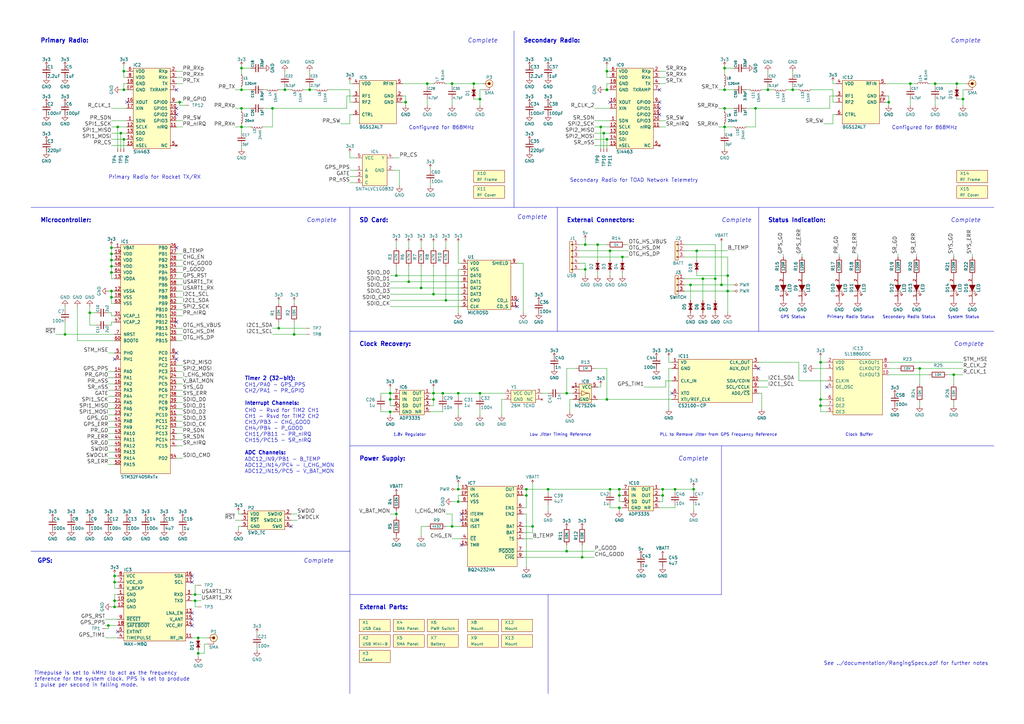
<source format=kicad_sch>
(kicad_sch (version 20230121) (generator eeschema)
  (paper "A3")
  (title_block (title "TOAD") (date "2017-01-09") (rev "1") (company "Cambridge University Spaceflight") (comment 1 "Matthew Coates"))
  (junction (at 120.65 137.16))
  (junction (at 45.72 111.76))
  (junction (at 99.06 36.83))
  (junction (at 377.19 151.13))
  (junction (at 177.8 120.65))
  (junction (at 245.11 100.33))
  (junction (at 246.38 52.07))
  (junction (at 247.65 54.61))
  (junction (at 298.45 119.38))
  (junction (at 285.75 102.87))
  (junction (at 46.99 238.76))
  (junction (at 167.64 115.57))
  (junction (at 297.18 44.45))
  (junction (at 391.16 153.67))
  (junction (at 364.49 41.91))
  (junction (at 80.01 243.84))
  (junction (at 185.42 34.29))
  (junction (at 298.45 113.03))
  (junction (at 99.06 27.94))
  (junction (at 73.66 41.91))
  (junction (at 224.79 200.66))
  (junction (at 187.96 205.74))
  (junction (at 297.18 52.07))
  (junction (at 288.29 114.3))
  (junction (at 297.18 36.83))
  (junction (at 284.48 200.66))
  (junction (at 293.37 114.3))
  (junction (at 383.54 34.29))
  (junction (at 160.02 168.91))
  (junction (at 177.8 163.83))
  (junction (at 45.72 104.14))
  (junction (at 50.8 57.15))
  (junction (at 250.19 200.66))
  (junction (at 255.27 105.41))
  (junction (at 45.72 109.22))
  (junction (at 187.96 200.66))
  (junction (at 248.92 57.15))
  (junction (at 160.02 161.29))
  (junction (at 248.92 36.83))
  (junction (at 240.03 100.33))
  (junction (at 373.38 34.29))
  (junction (at 232.41 161.29))
  (junction (at 240.03 110.49))
  (junction (at 166.37 41.91))
  (junction (at 248.92 163.83))
  (junction (at 45.72 121.92))
  (junction (at 116.84 36.83))
  (junction (at 187.96 161.29))
  (junction (at 250.19 102.87))
  (junction (at 127 36.83))
  (junction (at 254 203.2))
  (junction (at 99.06 44.45))
  (junction (at 314.96 36.83))
  (junction (at 182.88 123.19))
  (junction (at 336.55 166.37))
  (junction (at 49.53 54.61))
  (junction (at 36.83 128.27))
  (junction (at 309.88 44.45))
  (junction (at 181.61 161.29))
  (junction (at 232.41 226.06))
  (junction (at 45.72 119.38))
  (junction (at 172.72 118.11))
  (junction (at 196.85 40.64))
  (junction (at 26.67 137.16))
  (junction (at 80.01 246.38))
  (junction (at 81.28 267.97))
  (junction (at 99.06 52.07))
  (junction (at 45.72 106.68))
  (junction (at 394.97 40.64))
  (junction (at 325.12 36.83))
  (junction (at 254 208.28))
  (junction (at 238.76 228.6))
  (junction (at 160.02 163.83))
  (junction (at 111.76 44.45))
  (junction (at 45.72 101.6))
  (junction (at 185.42 215.9))
  (junction (at 196.85 161.29))
  (junction (at 46.99 246.38))
  (junction (at 392.43 34.29))
  (junction (at 248.92 29.21))
  (junction (at 175.26 34.29))
  (junction (at 46.99 248.92))
  (junction (at 81.28 261.62))
  (junction (at 218.44 215.9))
  (junction (at 46.99 236.22))
  (junction (at 50.8 29.21))
  (junction (at 271.78 203.2))
  (junction (at 194.31 34.29))
  (junction (at 114.3 134.62))
  (junction (at 336.55 148.59))
  (junction (at 336.55 163.83))
  (junction (at 215.9 200.66))
  (junction (at 177.8 161.29))
  (junction (at 295.91 116.84))
  (junction (at 297.18 27.94))
  (junction (at 254 200.66))
  (junction (at 162.56 210.82))
  (junction (at 276.86 200.66))
  (junction (at 48.26 52.07))
  (junction (at 162.56 113.03))
  (junction (at 283.21 116.84))
  (junction (at 50.8 36.83))
  (junction (at 271.78 200.66))
  (junction (at 44.45 256.54))
  (junction (at 215.9 203.2))
  (no_connect (at 250.19 41.91))
  (no_connect (at 72.39 144.78))
  (no_connect (at 339.09 158.75))
  (no_connect (at 72.39 132.08))
  (no_connect (at 275.59 161.29))
  (no_connect (at 72.39 44.45))
  (no_connect (at 78.74 256.54))
  (no_connect (at 270.51 44.45))
  (no_connect (at 72.39 147.32))
  (no_connect (at 311.15 151.13))
  (no_connect (at 78.74 251.46))
  (no_connect (at 270.51 46.99))
  (no_connect (at 119.38 215.9))
  (no_connect (at 52.07 41.91))
  (no_connect (at 78.74 238.76))
  (no_connect (at 46.99 147.32))
  (no_connect (at 48.26 259.08))
  (no_connect (at 78.74 254))
  (no_connect (at 189.23 210.82))
  (no_connect (at 270.51 36.83))
  (no_connect (at 72.39 101.6))
  (no_connect (at 72.39 36.83))
  (no_connect (at 189.23 223.52))
  (no_connect (at 212.09 123.19))
  (no_connect (at 72.39 46.99))
  (no_connect (at 270.51 41.91))
  (no_connect (at 212.09 125.73))
  (no_connect (at 78.74 236.22))
  (no_connect (at 189.23 213.36))
  (wire (pts (xy 214.63 226.06) (xy 232.41 226.06)))
  (wire (pts (xy 119.38 210.82) (xy 121.92 210.82)))
  (wire (pts (xy 143.51 33.02) (xy 143.51 34.29)))
  (wire (pts (xy 99.06 44.45) (xy 102.87 44.45)))
  (wire (pts (xy 72.39 152.4) (xy 74.93 152.4)))
  (wire (pts (xy 72.39 134.62) (xy 74.93 134.62)))
  (wire (pts (xy 111.76 44.45) (xy 142.24 44.45)))
  (wire (pts (xy 298.45 119.38) (xy 298.45 128.27)))
  (wire (pts (xy 177.8 99.06) (xy 177.8 101.6)))
  (wire (pts (xy 43.18 256.54) (xy 44.45 256.54)))
  (wire (pts (xy 182.88 215.9) (xy 185.42 215.9)))
  (wire (pts (xy 341.63 34.29) (xy 342.9 34.29)))
  (wire (pts (xy 245.11 111.76) (xy 245.11 113.03)))
  (wire (pts (xy 270.51 208.28) (xy 276.86 208.28)))
  (wire (pts (xy 175.26 34.29) (xy 177.8 34.29)))
  (wire (pts (xy 297.18 59.69) (xy 297.18 60.96)))
  (wire (pts (xy 341.63 46.99) (xy 342.9 46.99)))
  (wire (pts (xy 46.99 162.56) (xy 44.45 162.56)))
  (polyline (pts (xy 143.51 85.09) (xy 143.51 284.48)))
  (wire (pts (xy 45.72 100.33) (xy 45.72 101.6)))
  (wire (pts (xy 325.12 30.48) (xy 325.12 29.21)))
  (wire (pts (xy 306.07 44.45) (xy 309.88 44.45)))
  (wire (pts (xy 80.01 246.38) (xy 82.55 246.38)))
  (wire (pts (xy 72.39 137.16) (xy 74.93 137.16)))
  (wire (pts (xy 214.63 200.66) (xy 215.9 200.66)))
  (wire (pts (xy 255.27 105.41) (xy 257.81 105.41)))
  (wire (pts (xy 120.65 137.16) (xy 125.73 137.16)))
  (wire (pts (xy 72.39 106.68) (xy 74.93 106.68)))
  (wire (pts (xy 161.29 69.85) (xy 163.83 69.85)))
  (wire (pts (xy 185.42 215.9) (xy 189.23 215.9)))
  (wire (pts (xy 339.09 148.59) (xy 336.55 148.59)))
  (wire (pts (xy 44.45 154.94) (xy 46.99 154.94)))
  (wire (pts (xy 383.54 34.29) (xy 392.43 34.29)))
  (wire (pts (xy 175.26 34.29) (xy 175.26 35.56)))
  (wire (pts (xy 254 200.66) (xy 254 203.2)))
  (wire (pts (xy 274.32 146.05) (xy 274.32 148.59)))
  (wire (pts (xy 270.51 31.75) (xy 273.05 31.75)))
  (wire (pts (xy 48.26 246.38) (xy 46.99 246.38)))
  (wire (pts (xy 280.67 116.84) (xy 283.21 116.84)))
  (wire (pts (xy 50.8 60.96) (xy 50.8 57.15)))
  (wire (pts (xy 364.49 41.91) (xy 364.49 43.18)))
  (wire (pts (xy 176.53 68.58) (xy 176.53 69.85)))
  (wire (pts (xy 46.99 132.08) (xy 45.72 132.08)))
  (wire (pts (xy 306.07 52.07) (xy 309.88 52.07)))
  (wire (pts (xy 72.39 109.22) (xy 74.93 109.22)))
  (wire (pts (xy 81.28 267.97) (xy 83.82 267.97)))
  (wire (pts (xy 44.45 119.38) (xy 45.72 119.38)))
  (wire (pts (xy 196.85 161.29) (xy 207.01 161.29)))
  (wire (pts (xy 248.92 163.83) (xy 275.59 163.83)))
  (wire (pts (xy 248.92 26.67) (xy 248.92 29.21)))
  (wire (pts (xy 246.38 52.07) (xy 250.19 52.07)))
  (wire (pts (xy 49.53 36.83) (xy 50.8 36.83)))
  (wire (pts (xy 187.96 110.49) (xy 189.23 110.49)))
  (wire (pts (xy 215.9 210.82) (xy 215.9 232.41)))
  (wire (pts (xy 218.44 220.98) (xy 214.63 220.98)))
  (wire (pts (xy 280.67 105.41) (xy 298.45 105.41)))
  (wire (pts (xy 156.21 162.56) (xy 156.21 161.29)))
  (wire (pts (xy 245.11 158.75) (xy 246.38 158.75)))
  (wire (pts (xy 161.29 64.77) (xy 163.83 64.77)))
  (wire (pts (xy 248.92 34.29) (xy 248.92 36.83)))
  (wire (pts (xy 285.75 106.68) (xy 285.75 102.87)))
  (wire (pts (xy 243.84 52.07) (xy 246.38 52.07)))
  (wire (pts (xy 111.76 134.62) (xy 114.3 134.62)))
  (wire (pts (xy 288.29 114.3) (xy 293.37 114.3)))
  (wire (pts (xy 238.76 228.6) (xy 243.84 228.6)))
  (wire (pts (xy 218.44 198.12) (xy 218.44 215.9)))
  (wire (pts (xy 44.45 257.81) (xy 44.45 256.54)))
  (wire (pts (xy 218.44 215.9) (xy 218.44 218.44)))
  (wire (pts (xy 364.49 153.67) (xy 381 153.67)))
  (wire (pts (xy 50.8 57.15) (xy 52.07 57.15)))
  (wire (pts (xy 339.09 166.37) (xy 336.55 166.37)))
  (wire (pts (xy 99.06 213.36) (xy 96.52 213.36)))
  (wire (pts (xy 36.83 128.27) (xy 36.83 133.35)))
  (wire (pts (xy 232.41 161.29) (xy 232.41 151.13)))
  (wire (pts (xy 297.18 44.45) (xy 300.99 44.45)))
  (wire (pts (xy 243.84 57.15) (xy 248.92 57.15)))
  (wire (pts (xy 243.84 151.13) (xy 248.92 151.13)))
  (wire (pts (xy 44.45 177.8) (xy 46.99 177.8)))
  (wire (pts (xy 232.41 226.06) (xy 243.84 226.06)))
  (wire (pts (xy 143.51 50.8) (xy 143.51 46.99)))
  (wire (pts (xy 167.64 109.22) (xy 167.64 115.57)))
  (wire (pts (xy 187.96 107.95) (xy 189.23 107.95)))
  (wire (pts (xy 177.8 163.83) (xy 177.8 166.37)))
  (wire (pts (xy 97.79 210.82) (xy 99.06 210.82)))
  (wire (pts (xy 45.72 52.07) (xy 48.26 52.07)))
  (wire (pts (xy 196.85 36.83) (xy 196.85 40.64)))
  (wire (pts (xy 325.12 36.83) (xy 327.66 36.83)))
  (wire (pts (xy 72.39 172.72) (xy 74.93 172.72)))
  (wire (pts (xy 284.48 209.55) (xy 284.48 207.01)))
  (wire (pts (xy 96.52 52.07) (xy 99.06 52.07)))
  (wire (pts (xy 160.02 168.91) (xy 161.29 168.91)))
  (wire (pts (xy 182.88 109.22) (xy 182.88 123.19)))
  (wire (pts (xy 327.66 148.59) (xy 327.66 156.21)))
  (polyline (pts (xy 12.7 85.09) (xy 407.67 85.09)))
  (wire (pts (xy 46.99 152.4) (xy 44.45 152.4)))
  (polyline (pts (xy 311.15 135.89) (xy 311.15 85.09)))
  (wire (pts (xy 72.39 139.7) (xy 74.93 139.7)))
  (wire (pts (xy 187.96 200.66) (xy 189.23 200.66)))
  (wire (pts (xy 43.18 261.62) (xy 48.26 261.62)))
  (wire (pts (xy 127 36.83) (xy 129.54 36.83)))
  (wire (pts (xy 26.67 137.16) (xy 46.99 137.16)))
  (wire (pts (xy 363.22 39.37) (xy 364.49 39.37)))
  (wire (pts (xy 72.39 124.46) (xy 74.93 124.46)))
  (wire (pts (xy 247.65 36.83) (xy 248.92 36.83)))
  (wire (pts (xy 143.51 74.93) (xy 146.05 74.93)))
  (wire (pts (xy 248.92 60.96) (xy 248.92 57.15)))
  (wire (pts (xy 392.43 35.56) (xy 392.43 34.29)))
  (wire (pts (xy 177.8 161.29) (xy 177.8 163.83)))
  (wire (pts (xy 97.79 215.9) (xy 97.79 217.17)))
  (wire (pts (xy 274.32 148.59) (xy 275.59 148.59)))
  (wire (pts (xy 341.63 41.91) (xy 342.9 41.91)))
  (wire (pts (xy 160.02 161.29) (xy 160.02 163.83)))
  (wire (pts (xy 341.63 33.02) (xy 341.63 34.29)))
  (wire (pts (xy 99.06 52.07) (xy 102.87 52.07)))
  (wire (pts (xy 232.41 223.52) (xy 232.41 226.06)))
  (wire (pts (xy 373.38 34.29) (xy 375.92 34.29)))
  (wire (pts (xy 160.02 118.11) (xy 172.72 118.11)))
  (wire (pts (xy 78.74 246.38) (xy 80.01 246.38)))
  (wire (pts (xy 177.8 166.37) (xy 176.53 166.37)))
  (wire (pts (xy 214.63 215.9) (xy 218.44 215.9)))
  (wire (pts (xy 83.82 267.97) (xy 83.82 264.16)))
  (wire (pts (xy 45.72 54.61) (xy 49.53 54.61)))
  (wire (pts (xy 45.72 121.92) (xy 45.72 124.46)))
  (wire (pts (xy 214.63 228.6) (xy 238.76 228.6)))
  (wire (pts (xy 309.88 52.07) (xy 309.88 44.45)))
  (wire (pts (xy 273.05 156.21) (xy 275.59 156.21)))
  (wire (pts (xy 375.92 104.14) (xy 375.92 105.41)))
  (wire (pts (xy 274.32 151.13) (xy 275.59 151.13)))
  (wire (pts (xy 31.75 125.73) (xy 31.75 139.7)))
  (wire (pts (xy 81.28 266.7) (xy 81.28 267.97)))
  (wire (pts (xy 297.18 44.45) (xy 297.18 45.72)))
  (polyline (pts (xy 210.82 85.09) (xy 210.82 12.7)))
  (wire (pts (xy 294.64 52.07) (xy 297.18 52.07)))
  (wire (pts (xy 72.39 41.91) (xy 73.66 41.91)))
  (wire (pts (xy 177.8 109.22) (xy 177.8 120.65)))
  (wire (pts (xy 240.03 107.95) (xy 240.03 110.49)))
  (wire (pts (xy 72.39 154.94) (xy 74.93 154.94)))
  (wire (pts (xy 120.65 137.16) (xy 120.65 132.08)))
  (wire (pts (xy 160.02 158.75) (xy 160.02 161.29)))
  (wire (pts (xy 293.37 114.3) (xy 293.37 123.19)))
  (wire (pts (xy 185.42 40.64) (xy 185.42 43.18)))
  (wire (pts (xy 250.19 111.76) (xy 250.19 113.03)))
  (wire (pts (xy 46.99 236.22) (xy 48.26 236.22)))
  (wire (pts (xy 162.56 210.82) (xy 162.56 212.09)))
  (wire (pts (xy 81.28 248.92) (xy 80.01 248.92)))
  (wire (pts (xy 311.15 161.29) (xy 312.42 161.29)))
  (wire (pts (xy 45.72 57.15) (xy 50.8 57.15)))
  (wire (pts (xy 336.55 163.83) (xy 339.09 163.83)))
  (wire (pts (xy 46.99 248.92) (xy 48.26 248.92)))
  (wire (pts (xy 187.96 162.56) (xy 187.96 161.29)))
  (wire (pts (xy 167.64 99.06) (xy 167.64 101.6)))
  (wire (pts (xy 44.45 144.78) (xy 46.99 144.78)))
  (wire (pts (xy 240.03 100.33) (xy 245.11 100.33)))
  (wire (pts (xy 224.79 207.01) (xy 224.79 209.55)))
  (wire (pts (xy 72.39 180.34) (xy 74.93 180.34)))
  (wire (pts (xy 248.92 29.21) (xy 248.92 31.75)))
  (wire (pts (xy 270.51 49.53) (xy 273.05 49.53)))
  (wire (pts (xy 339.09 151.13) (xy 334.01 151.13)))
  (wire (pts (xy 274.32 167.64) (xy 274.32 151.13)))
  (wire (pts (xy 99.06 52.07) (xy 99.06 54.61)))
  (wire (pts (xy 26.67 127) (xy 26.67 125.73)))
  (wire (pts (xy 143.51 36.83) (xy 143.51 41.91)))
  (wire (pts (xy 176.53 168.91) (xy 181.61 168.91)))
  (wire (pts (xy 327.66 156.21) (xy 339.09 156.21)))
  (wire (pts (xy 255.27 106.68) (xy 255.27 105.41)))
  (wire (pts (xy 26.67 137.16) (xy 26.67 132.08)))
  (wire (pts (xy 297.18 26.67) (xy 297.18 27.94)))
  (wire (pts (xy 391.16 104.14) (xy 391.16 105.41)))
  (wire (pts (xy 207.01 163.83) (xy 205.74 163.83)))
  (wire (pts (xy 245.11 106.68) (xy 245.11 100.33)))
  (wire (pts (xy 45.72 119.38) (xy 45.72 121.92)))
  (wire (pts (xy 45.72 109.22) (xy 46.99 109.22)))
  (wire (pts (xy 105.41 265.43) (xy 105.41 266.7)))
  (wire (pts (xy 45.72 44.45) (xy 52.07 44.45)))
  (wire (pts (xy 165.1 41.91) (xy 166.37 41.91)))
  (wire (pts (xy 280.67 119.38) (xy 298.45 119.38)))
  (wire (pts (xy 96.52 44.45) (xy 99.06 44.45)))
  (wire (pts (xy 72.39 162.56) (xy 74.93 162.56)))
  (wire (pts (xy 143.51 41.91) (xy 144.78 41.91)))
  (wire (pts (xy 45.72 101.6) (xy 46.99 101.6)))
  (wire (pts (xy 373.38 34.29) (xy 373.38 35.56)))
  (wire (pts (xy 187.96 99.06) (xy 187.96 107.95)))
  (wire (pts (xy 237.49 100.33) (xy 240.03 100.33)))
  (wire (pts (xy 328.93 104.14) (xy 328.93 105.41)))
  (wire (pts (xy 46.99 121.92) (xy 45.72 121.92)))
  (wire (pts (xy 234.95 163.83) (xy 233.68 163.83)))
  (wire (pts (xy 321.31 104.14) (xy 321.31 105.41)))
  (wire (pts (xy 175.26 215.9) (xy 172.72 215.9)))
  (wire (pts (xy 322.58 36.83) (xy 325.12 36.83)))
  (wire (pts (xy 314.96 36.83) (xy 317.5 36.83)))
  (wire (pts (xy 50.8 26.67) (xy 50.8 29.21)))
  (wire (pts (xy 116.84 36.83) (xy 119.38 36.83)))
  (wire (pts (xy 176.53 74.93) (xy 176.53 76.2)))
  (wire (pts (xy 285.75 102.87) (xy 298.45 102.87)))
  (wire (pts (xy 248.92 57.15) (xy 250.19 57.15)))
  (wire (pts (xy 297.18 36.83) (xy 297.18 35.56)))
  (wire (pts (xy 280.67 114.3) (xy 288.29 114.3)))
  (wire (pts (xy 250.19 207.01) (xy 250.19 208.28)))
  (wire (pts (xy 243.84 54.61) (xy 247.65 54.61)))
  (wire (pts (xy 166.37 41.91) (xy 166.37 43.18)))
  (wire (pts (xy 273.05 158.75) (xy 273.05 156.21)))
  (wire (pts (xy 172.72 215.9) (xy 172.72 219.71)))
  (wire (pts (xy 45.72 129.54) (xy 45.72 128.27)))
  (wire (pts (xy 176.53 161.29) (xy 177.8 161.29)))
  (wire (pts (xy 160.02 113.03) (xy 162.56 113.03)))
  (wire (pts (xy 99.06 27.94) (xy 99.06 30.48)))
  (wire (pts (xy 44.45 172.72) (xy 46.99 172.72)))
  (wire (pts (xy 377.19 151.13) (xy 394.97 151.13)))
  (wire (pts (xy 50.8 31.75) (xy 52.07 31.75)))
  (wire (pts (xy 127 30.48) (xy 127 29.21)))
  (polyline (pts (xy 295.91 243.84) (xy 295.91 182.88)))
  (wire (pts (xy 72.39 182.88) (xy 74.93 182.88)))
  (wire (pts (xy 270.51 29.21) (xy 273.05 29.21)))
  (wire (pts (xy 44.45 182.88) (xy 46.99 182.88)))
  (wire (pts (xy 364.49 151.13) (xy 368.3 151.13)))
  (wire (pts (xy 392.43 40.64) (xy 394.97 40.64)))
  (wire (pts (xy 250.19 106.68) (xy 250.19 102.87)))
  (wire (pts (xy 143.51 46.99) (xy 144.78 46.99)))
  (wire (pts (xy 181.61 161.29) (xy 187.96 161.29)))
  (wire (pts (xy 237.49 107.95) (xy 240.03 107.95)))
  (wire (pts (xy 160.02 115.57) (xy 167.64 115.57)))
  (wire (pts (xy 160.02 161.29) (xy 161.29 161.29)))
  (wire (pts (xy 163.83 69.85) (xy 163.83 76.2)))
  (wire (pts (xy 248.92 31.75) (xy 250.19 31.75)))
  (wire (pts (xy 114.3 134.62) (xy 125.73 134.62)))
  (wire (pts (xy 74.93 52.07) (xy 72.39 52.07)))
  (polyline (pts (xy 143.51 135.89) (xy 407.67 135.89)))
  (wire (pts (xy 182.88 210.82) (xy 185.42 210.82)))
  (wire (pts (xy 162.56 209.55) (xy 162.56 210.82)))
  (wire (pts (xy 215.9 203.2) (xy 215.9 208.28)))
  (wire (pts (xy 185.42 205.74) (xy 187.96 205.74)))
  (wire (pts (xy 311.15 156.21) (xy 314.96 156.21)))
  (wire (pts (xy 306.07 36.83) (xy 307.34 36.83)))
  (wire (pts (xy 246.38 158.75) (xy 246.38 157.48)))
  (wire (pts (xy 107.95 52.07) (xy 111.76 52.07)))
  (wire (pts (xy 45.72 59.69) (xy 52.07 59.69)))
  (wire (pts (xy 196.85 167.64) (xy 196.85 170.18)))
  (wire (pts (xy 229.87 161.29) (xy 232.41 161.29)))
  (wire (pts (xy 48.26 60.96) (xy 48.26 52.07)))
  (wire (pts (xy 44.45 157.48) (xy 46.99 157.48)))
  (wire (pts (xy 73.66 43.18) (xy 73.66 41.91)))
  (wire (pts (xy 166.37 39.37) (xy 166.37 41.91)))
  (wire (pts (xy 363.22 34.29) (xy 373.38 34.29)))
  (wire (pts (xy 160.02 166.37) (xy 161.29 166.37)))
  (wire (pts (xy 72.39 111.76) (xy 74.93 111.76)))
  (wire (pts (xy 80.01 240.03) (xy 81.28 240.03)))
  (wire (pts (xy 181.61 162.56) (xy 181.61 161.29)))
  (wire (pts (xy 72.39 129.54) (xy 74.93 129.54)))
  (wire (pts (xy 388.62 153.67) (xy 391.16 153.67)))
  (wire (pts (xy 250.19 49.53) (xy 243.84 49.53)))
  (wire (pts (xy 270.51 203.2) (xy 271.78 203.2)))
  (wire (pts (xy 194.31 35.56) (xy 194.31 34.29)))
  (wire (pts (xy 284.48 199.39) (xy 284.48 200.66)))
  (wire (pts (xy 120.65 123.19) (xy 120.65 124.46)))
  (wire (pts (xy 72.39 187.96) (xy 74.93 187.96)))
  (wire (pts (xy 72.39 157.48) (xy 74.93 157.48)))
  (wire (pts (xy 172.72 109.22) (xy 172.72 118.11)))
  (wire (pts (xy 245.11 163.83) (xy 248.92 163.83)))
  (wire (pts (xy 72.39 165.1) (xy 74.93 165.1)))
  (wire (pts (xy 97.79 209.55) (xy 97.79 210.82)))
  (wire (pts (xy 46.99 129.54) (xy 45.72 129.54)))
  (wire (pts (xy 160.02 125.73) (xy 189.23 125.73)))
  (wire (pts (xy 336.55 166.37) (xy 336.55 168.91)))
  (wire (pts (xy 182.88 99.06) (xy 182.88 101.6)))
  (wire (pts (xy 248.92 151.13) (xy 248.92 163.83)))
  (wire (pts (xy 250.19 102.87) (xy 257.81 102.87)))
  (wire (pts (xy 295.91 116.84) (xy 300.99 116.84)))
  (wire (pts (xy 247.65 60.96) (xy 247.65 54.61)))
  (wire (pts (xy 297.18 52.07) (xy 300.99 52.07)))
  (wire (pts (xy 341.63 36.83) (xy 341.63 41.91)))
  (wire (pts (xy 97.79 215.9) (xy 99.06 215.9)))
  (wire (pts (xy 73.66 41.91) (xy 74.93 41.91)))
  (wire (pts (xy 224.79 200.66) (xy 250.19 200.66)))
  (wire (pts (xy 243.84 59.69) (xy 250.19 59.69)))
  (wire (pts (xy 276.86 200.66) (xy 284.48 200.66)))
  (wire (pts (xy 255.27 111.76) (xy 255.27 113.03)))
  (wire (pts (xy 383.54 40.64) (xy 383.54 43.18)))
  (wire (pts (xy 80.01 243.84) (xy 82.55 243.84)))
  (wire (pts (xy 46.99 238.76) (xy 46.99 241.3)))
  (wire (pts (xy 243.84 44.45) (xy 250.19 44.45)))
  (wire (pts (xy 142.24 44.45) (xy 142.24 39.37)))
  (wire (pts (xy 205.74 163.83) (xy 205.74 170.18)))
  (wire (pts (xy 43.18 257.81) (xy 44.45 257.81)))
  (wire (pts (xy 107.95 36.83) (xy 109.22 36.83)))
  (wire (pts (xy 250.19 208.28) (xy 254 208.28)))
  (wire (pts (xy 127 36.83) (xy 127 35.56)))
  (wire (pts (xy 45.72 133.35) (xy 44.45 133.35)))
  (wire (pts (xy 254 205.74) (xy 255.27 205.74)))
  (wire (pts (xy 336.55 168.91) (xy 339.09 168.91)))
  (wire (pts (xy 143.51 34.29) (xy 144.78 34.29)))
  (wire (pts (xy 72.39 160.02) (xy 74.93 160.02)))
  (wire (pts (xy 375.92 151.13) (xy 377.19 151.13)))
  (wire (pts (xy 162.56 210.82) (xy 160.02 210.82)))
  (wire (pts (xy 185.42 34.29) (xy 194.31 34.29)))
  (wire (pts (xy 297.18 36.83) (xy 300.99 36.83)))
  (wire (pts (xy 264.16 158.75) (xy 273.05 158.75)))
  (wire (pts (xy 162.56 99.06) (xy 162.56 101.6)))
  (wire (pts (xy 271.78 203.2) (xy 271.78 205.74)))
  (wire (pts (xy 81.28 267.97) (xy 81.28 269.24)))
  (wire (pts (xy 105.41 259.08) (xy 105.41 260.35)))
  (wire (pts (xy 72.39 121.92) (xy 74.93 121.92)))
  (wire (pts (xy 114.3 123.19) (xy 114.3 124.46)))
  (wire (pts (xy 99.06 44.45) (xy 99.06 45.72)))
  (wire (pts (xy 383.54 34.29) (xy 383.54 35.56)))
  (wire (pts (xy 381 34.29) (xy 383.54 34.29)))
  (wire (pts (xy 391.16 153.67) (xy 391.16 157.48)))
  (wire (pts (xy 214.63 107.95) (xy 214.63 128.27)))
  (wire (pts (xy 143.51 64.77) (xy 143.51 62.23)))
  (wire (pts (xy 377.19 157.48) (xy 377.19 151.13)))
  (wire (pts (xy 31.75 139.7) (xy 46.99 139.7)))
  (wire (pts (xy 39.37 128.27) (xy 36.83 128.27)))
  (wire (pts (xy 250.19 200.66) (xy 254 200.66)))
  (wire (pts (xy 121.92 213.36) (xy 119.38 213.36)))
  (wire (pts (xy 215.9 200.66) (xy 215.9 203.2)))
  (wire (pts (xy 248.92 36.83) (xy 250.19 36.83)))
  (wire (pts (xy 240.03 97.79) (xy 240.03 100.33)))
  (wire (pts (xy 45.72 124.46) (xy 46.99 124.46)))
  (wire (pts (xy 189.23 203.2) (xy 187.96 203.2)))
  (wire (pts (xy 377.19 165.1) (xy 377.19 166.37)))
  (wire (pts (xy 284.48 200.66) (xy 284.48 201.93)))
  (wire (pts (xy 44.45 256.54) (xy 48.26 256.54)))
  (wire (pts (xy 364.49 148.59) (xy 394.97 148.59)))
  (wire (pts (xy 45.72 111.76) (xy 45.72 114.3)))
  (wire (pts (xy 72.39 34.29) (xy 74.93 34.29)))
  (wire (pts (xy 111.76 137.16) (xy 120.65 137.16)))
  (polyline (pts (xy 143.51 243.84) (xy 295.91 243.84)))
  (wire (pts (xy 146.05 64.77) (xy 143.51 64.77)))
  (wire (pts (xy 156.21 161.29) (xy 160.02 161.29)))
  (wire (pts (xy 46.99 243.84) (xy 48.26 243.84)))
  (wire (pts (xy 74.93 114.3) (xy 72.39 114.3)))
  (wire (pts (xy 285.75 111.76) (xy 285.75 113.03)))
  (wire (pts (xy 312.42 36.83) (xy 314.96 36.83)))
  (wire (pts (xy 363.22 41.91) (xy 364.49 41.91)))
  (wire (pts (xy 332.74 36.83) (xy 341.63 36.83)))
  (wire (pts (xy 165.1 34.29) (xy 175.26 34.29)))
  (wire (pts (xy 336.55 148.59) (xy 336.55 163.83)))
  (wire (pts (xy 240.03 110.49) (xy 237.49 110.49)))
  (wire (pts (xy 45.72 119.38) (xy 46.99 119.38)))
  (wire (pts (xy 300.99 27.94) (xy 297.18 27.94)))
  (wire (pts (xy 276.86 200.66) (xy 276.86 201.93)))
  (wire (pts (xy 341.63 50.8) (xy 341.63 46.99)))
  (wire (pts (xy 143.51 69.85) (xy 146.05 69.85)))
  (wire (pts (xy 72.39 104.14) (xy 74.93 104.14)))
  (wire (pts (xy 72.39 29.21) (xy 74.93 29.21)))
  (wire (pts (xy 185.42 220.98) (xy 189.23 220.98)))
  (wire (pts (xy 222.25 161.29) (xy 224.79 161.29)))
  (wire (pts (xy 340.36 44.45) (xy 340.36 39.37)))
  (wire (pts (xy 44.45 187.96) (xy 46.99 187.96)))
  (wire (pts (xy 295.91 116.84) (xy 295.91 99.06)))
  (wire (pts (xy 396.24 36.83) (xy 394.97 36.83)))
  (wire (pts (xy 160.02 123.19) (xy 182.88 123.19)))
  (wire (pts (xy 394.97 36.83) (xy 394.97 40.64)))
  (wire (pts (xy 44.45 160.02) (xy 46.99 160.02)))
  (wire (pts (xy 44.45 185.42) (xy 46.99 185.42)))
  (wire (pts (xy 45.72 109.22) (xy 45.72 111.76)))
  (wire (pts (xy 325.12 36.83) (xy 325.12 35.56)))
  (wire (pts (xy 46.99 236.22) (xy 46.99 238.76)))
  (wire (pts (xy 160.02 170.18) (xy 160.02 168.91)))
  (wire (pts (xy 49.53 54.61) (xy 52.07 54.61)))
  (wire (pts (xy 254 200.66) (xy 255.27 200.66)))
  (wire (pts (xy 99.06 50.8) (xy 99.06 52.07)))
  (wire (pts (xy 45.72 104.14) (xy 45.72 106.68)))
  (wire (pts (xy 36.83 125.73) (xy 36.83 128.27)))
  (wire (pts (xy 181.61 168.91) (xy 181.61 167.64)))
  (wire (pts (xy 46.99 246.38) (xy 46.99 248.92)))
  (wire (pts (xy 398.78 104.14) (xy 398.78 105.41)))
  (wire (pts (xy 186.69 200.66) (xy 187.96 200.66)))
  (wire (pts (xy 294.64 36.83) (xy 297.18 36.83)))
  (wire (pts (xy 116.84 30.48) (xy 116.84 29.21)))
  (wire (pts (xy 293.37 100.33) (xy 293.37 114.3)))
  (wire (pts (xy 187.96 198.12) (xy 187.96 200.66)))
  (wire (pts (xy 215.9 208.28) (xy 214.63 208.28)))
  (wire (pts (xy 72.39 177.8) (xy 74.93 177.8)))
  (wire (pts (xy 102.87 27.94) (xy 99.06 27.94)))
  (wire (pts (xy 182.88 34.29) (xy 185.42 34.29)))
  (wire (pts (xy 44.45 165.1) (xy 46.99 165.1)))
  (wire (pts (xy 107.95 44.45) (xy 111.76 44.45)))
  (wire (pts (xy 44.45 190.5) (xy 46.99 190.5)))
  (wire (pts (xy 212.09 107.95) (xy 214.63 107.95)))
  (wire (pts (xy 194.31 34.29) (xy 198.12 34.29)))
  (wire (pts (xy 187.96 203.2) (xy 187.96 205.74)))
  (wire (pts (xy 172.72 99.06) (xy 172.72 101.6)))
  (wire (pts (xy 72.39 31.75) (xy 74.93 31.75)))
  (wire (pts (xy 116.84 36.83) (xy 116.84 35.56)))
  (wire (pts (xy 172.72 118.11) (xy 189.23 118.11)))
  (wire (pts (xy 177.8 161.29) (xy 181.61 161.29)))
  (wire (pts (xy 45.72 104.14) (xy 46.99 104.14)))
  (wire (pts (xy 80.01 243.84) (xy 80.01 240.03)))
  (wire (pts (xy 78.74 261.62) (xy 81.28 261.62)))
  (wire (pts (xy 48.26 52.07) (xy 52.07 52.07)))
  (wire (pts (xy 336.55 146.05) (xy 336.55 148.59)))
  (wire (pts (xy 298.45 105.41) (xy 298.45 113.03)))
  (wire (pts (xy 254 209.55) (xy 254 208.28)))
  (wire (pts (xy 237.49 102.87) (xy 250.19 102.87)))
  (wire (pts (xy 160.02 163.83) (xy 161.29 163.83)))
  (wire (pts (xy 280.67 102.87) (xy 285.75 102.87)))
  (wire (pts (xy 391.16 153.67) (xy 394.97 153.67)))
  (wire (pts (xy 276.86 208.28) (xy 276.86 207.01)))
  (wire (pts (xy 175.26 40.64) (xy 175.26 43.18)))
  (wire (pts (xy 83.82 264.16) (xy 85.09 264.16)))
  (wire (pts (xy 185.42 34.29) (xy 185.42 35.56)))
  (wire (pts (xy 187.96 205.74) (xy 189.23 205.74)))
  (wire (pts (xy 52.07 49.53) (xy 45.72 49.53)))
  (wire (pts (xy 394.97 40.64) (xy 394.97 43.18)))
  (wire (pts (xy 72.39 149.86) (xy 74.93 149.86)))
  (wire (pts (xy 44.45 180.34) (xy 46.99 180.34)))
  (wire (pts (xy 314.96 36.83) (xy 314.96 35.56)))
  (wire (pts (xy 111.76 52.07) (xy 111.76 44.45)))
  (wire (pts (xy 45.72 128.27) (xy 44.45 128.27)))
  (wire (pts (xy 194.31 40.64) (xy 196.85 40.64)))
  (wire (pts (xy 96.52 36.83) (xy 99.06 36.83)))
  (wire (pts (xy 177.8 163.83) (xy 176.53 163.83)))
  (wire (pts (xy 52.07 34.29) (xy 50.8 34.29)))
  (wire (pts (xy 297.18 27.94) (xy 297.18 30.48)))
  (wire (pts (xy 215.9 203.2) (xy 214.63 203.2)))
  (wire (pts (xy 46.99 241.3) (xy 48.26 241.3)))
  (wire (pts (xy 143.51 72.39) (xy 146.05 72.39)))
  (wire (pts (xy 368.3 104.14) (xy 368.3 105.41)))
  (wire (pts (xy 218.44 218.44) (xy 214.63 218.44)))
  (wire (pts (xy 283.21 123.19) (xy 283.21 116.84)))
  (wire (pts (xy 139.7 50.8) (xy 143.51 50.8)))
  (wire (pts (xy 351.79 104.14) (xy 351.79 105.41)))
  (wire (pts (xy 196.85 40.64) (xy 196.85 43.18)))
  (wire (pts (xy 72.39 116.84) (xy 74.93 116.84)))
  (wire (pts (xy 273.05 52.07) (xy 270.51 52.07)))
  (wire (pts (xy 198.12 36.83) (xy 196.85 36.83)))
  (wire (pts (xy 156.21 168.91) (xy 160.02 168.91)))
  (wire (pts (xy 271.78 200.66) (xy 271.78 203.2)))
  (wire (pts (xy 232.41 161.29) (xy 234.95 161.29)))
  (wire (pts (xy 43.18 254) (xy 48.26 254)))
  (wire (pts (xy 72.39 175.26) (xy 74.93 175.26)))
  (wire (pts (xy 340.36 39.37) (xy 342.9 39.37)))
  (wire (pts (xy 45.72 106.68) (xy 45.72 109.22)))
  (wire (pts (xy 76.2 43.18) (xy 73.66 43.18)))
  (wire (pts (xy 240.03 110.49) (xy 240.03 113.03)))
  (wire (pts (xy 36.83 133.35) (xy 39.37 133.35)))
  (wire (pts (xy 312.42 161.29) (xy 312.42 167.64)))
  (wire (pts (xy 46.99 243.84) (xy 46.99 246.38)))
  (wire (pts (xy 45.72 106.68) (xy 46.99 106.68)))
  (wire (pts (xy 391.16 165.1) (xy 391.16 166.37)))
  (wire (pts (xy 72.39 119.38) (xy 74.93 119.38)))
  (wire (pts (xy 52.07 29.21) (xy 50.8 29.21)))
  (polyline (pts (xy 143.51 226.06) (xy 12.7 226.06)))
  (wire (pts (xy 232.41 151.13) (xy 236.22 151.13)))
  (wire (pts (xy 44.45 170.18) (xy 46.99 170.18)))
  (wire (pts (xy 297.18 52.07) (xy 297.18 54.61)))
  (wire (pts (xy 156.21 167.64) (xy 156.21 168.91)))
  (wire (pts (xy 72.39 167.64) (xy 74.93 167.64)))
  (wire (pts (xy 250.19 200.66) (xy 250.19 201.93)))
  (wire (pts (xy 336.55 163.83) (xy 336.55 166.37)))
  (polyline (pts (xy 228.6 135.89) (xy 228.6 85.09)))
  (wire (pts (xy 177.8 120.65) (xy 189.23 120.65)))
  (wire (pts (xy 285.75 113.03) (xy 298.45 113.03)))
  (wire (pts (xy 81.28 261.62) (xy 85.09 261.62)))
  (wire (pts (xy 214.63 210.82) (xy 215.9 210.82)))
  (wire (pts (xy 44.45 167.64) (xy 46.99 167.64)))
  (wire (pts (xy 254 208.28) (xy 255.27 208.28)))
  (wire (pts (xy 309.88 44.45) (xy 340.36 44.45)))
  (wire (pts (xy 162.56 109.22) (xy 162.56 113.03)))
  (wire (pts (xy 72.39 127) (xy 74.93 127)))
  (wire (pts (xy 373.38 40.64) (xy 373.38 43.18)))
  (wire (pts (xy 297.18 50.8) (xy 297.18 52.07)))
  (wire (pts (xy 45.72 101.6) (xy 45.72 104.14)))
  (wire (pts (xy 270.51 200.66) (xy 271.78 200.66)))
  (wire (pts (xy 162.56 113.03) (xy 189.23 113.03)))
  (wire (pts (xy 270.51 34.29) (xy 273.05 34.29)))
  (polyline (pts (xy 143.51 182.88) (xy 407.67 182.88)))
  (wire (pts (xy 165.1 39.37) (xy 166.37 39.37)))
  (wire (pts (xy 254 203.2) (xy 254 205.74)))
  (wire (pts (xy 288.29 123.19) (xy 288.29 114.3)))
  (polyline (pts (xy 224.79 243.84) (xy 224.79 284.48)))
  (wire (pts (xy 49.53 60.96) (xy 49.53 54.61)))
  (wire (pts (xy 45.72 248.92) (xy 46.99 248.92)))
  (wire (pts (xy 187.96 128.27) (xy 187.96 110.49)))
  (wire (pts (xy 250.19 29.21) (xy 248.92 29.21)))
  (wire (pts (xy 78.74 243.84) (xy 80.01 243.84)))
  (wire (pts (xy 293.37 100.33) (xy 280.67 100.33)))
  (wire (pts (xy 46.99 234.95) (xy 46.99 236.22)))
  (wire (pts (xy 114.3 36.83) (xy 116.84 36.83)))
  (wire (pts (xy 238.76 223.52) (xy 238.76 228.6)))
  (wire (pts (xy 160.02 163.83) (xy 160.02 166.37)))
  (wire (pts (xy 22.86 137.16) (xy 26.67 137.16)))
  (wire (pts (xy 182.88 123.19) (xy 189.23 123.19)))
  (wire (pts (xy 187.96 161.29) (xy 196.85 161.29)))
  (wire (pts (xy 250.19 34.29) (xy 248.92 34.29)))
  (wire (pts (xy 142.24 39.37) (xy 144.78 39.37)))
  (wire (pts (xy 99.06 36.83) (xy 99.06 35.56)))
  (wire (pts (xy 246.38 60.96) (xy 246.38 52.07)))
  (wire (pts (xy 337.82 50.8) (xy 341.63 50.8)))
  (wire (pts (xy 167.64 115.57) (xy 189.23 115.57)))
  (wire (pts (xy 311.15 158.75) (xy 314.96 158.75)))
  (wire (pts (xy 177.8 158.75) (xy 177.8 161.29)))
  (wire (pts (xy 44.45 175.26) (xy 46.99 175.26)))
  (wire (pts (xy 50.8 29.21) (xy 50.8 31.75)))
  (wire (pts (xy 45.72 114.3) (xy 46.99 114.3)))
  (wire (pts (xy 45.72 111.76) (xy 46.99 111.76)))
  (wire (pts (xy 224.79 200.66) (xy 224.79 201.93)))
  (wire (pts (xy 256.54 100.33) (xy 257.81 100.33)))
  (wire (pts (xy 271.78 205.74) (xy 270.51 205.74)))
  (wire (pts (xy 196.85 162.56) (xy 196.85 161.29)))
  (wire (pts (xy 233.68 163.83) (xy 233.68 168.91)))
  (wire (pts (xy 124.46 36.83) (xy 127 36.83)))
  (wire (pts (xy 245.11 100.33) (xy 248.92 100.33)))
  (wire (pts (xy 185.42 210.82) (xy 185.42 215.9)))
  (wire (pts (xy 364.49 39.37) (xy 364.49 41.91)))
  (wire (pts (xy 134.62 36.83) (xy 143.51 36.83)))
  (wire (pts (xy 254 203.2) (xy 255.27 203.2)))
  (wire (pts (xy 74.93 49.53) (xy 72.39 49.53)))
  (wire (pts (xy 283.21 116.84) (xy 295.91 116.84)))
  (wire (pts (xy 45.72 132.08) (xy 45.72 133.35)))
  (wire (pts (xy 99.06 59.69) (xy 99.06 60.96)))
  (wire (pts (xy 247.65 54.61) (xy 250.19 54.61)))
  (wire (pts (xy 187.96 170.18) (xy 187.96 167.64)))
  (wire (pts (xy 392.43 34.29) (xy 396.24 34.29)))
  (wire (pts (xy 311.15 148.59) (xy 327.66 148.59)))
  (wire (pts (xy 50.8 34.29) (xy 50.8 36.83)))
  (wire (pts (xy 314.96 30.48) (xy 314.96 29.21)))
  (wire (pts (xy 160.02 120.65) (xy 177.8 120.65)))
  (wire (pts (xy 215.9 200.66) (xy 224.79 200.66)))
  (wire (pts (xy 271.78 200.66) (xy 276.86 200.66)))
  (wire (pts (xy 298.45 119.38) (xy 300.99 119.38)))
  (wire (pts (xy 237.49 105.41) (xy 255.27 105.41)))
  (wire (pts (xy 298.45 113.03) (xy 298.45 119.38)))
  (wire (pts (xy 80.01 248.92) (xy 80.01 246.38)))
  (wire (pts (xy 72.39 170.18) (xy 74.93 170.18)))
  (wire (pts (xy 344.17 104.14) (xy 344.17 105.41)))
  (wire (pts (xy 294.64 44.45) (xy 297.18 44.45)))
  (wire (pts (xy 99.06 26.67) (xy 99.06 27.94)))
  (wire (pts (xy 99.06 36.83) (xy 102.87 36.83)))
  (wire (pts (xy 114.3 132.08) (xy 114.3 134.62)))
  (wire (pts (xy 50.8 36.83) (xy 52.07 36.83)))
  (wire (pts (xy 46.99 238.76) (xy 48.26 238.76)))
  (text "\nCH1/PA0 - GPS_PPS\nCH2/PA1 - PR_GPIO" (at 100.33 161.29 0) (effects (font (size 1.524 1.524)) (justify left bottom)))
  (text "1.8v Regulator" (at 161.29 179.07 0) (effects (font (size 1.1938 1.1938)) (justify left bottom)))
  (text "Complete" (at 125.73 91.44 0) (effects (font (size 1.7526 1.7526) italic) (justify left bottom)))
  (text "Complete" (at 295.91 91.44 0) (effects (font (size 1.7526 1.7526) italic) (justify left bottom)))
  (text "See ../documentation/RangingSpecs.pdf for further notes" (at 337.82 273.05 0) (effects (font (size 1.524 1.524)) (justify left bottom)))
  (text "Microcontroller:" (at 16.51 91.44 0) (effects (font (size 1.7526 1.7526) (thickness 0.3505) bold) (justify left bottom)))
  (text "PLL to Remove Jitter from GPS Frequency Reference" (at 270.51 179.07 0) (effects (font (size 1.1938 1.1938)) (justify left bottom)))
  (text "ADC12_IN9/PB1 - B_TEMP\nADC12_IN14/PC4 - I_CHG_MON\nADC12_IN15/PC5 - V_BAT_MON" (at 100.33 194.31 0) (effects (font (size 1.524 1.524)) (justify left bottom)))
  (text "Power Supply:" (at 147.32 189.23 0) (effects (font (size 1.7526 1.7526) (thickness 0.3505) bold) (justify left bottom)))
  (text "Complete" (at 278.13 189.23 0) (effects (font (size 1.7526 1.7526) italic) (justify left bottom)))
  (text "Timepulse is set to 4MHz to act as the frequency\nreference for the system clock. PPS is set to produde \n1 pulse per second in falling mode." (at 13.97 281.94 0) (effects (font (size 1.524 1.524)) (justify left bottom)))
  (text "External Parts:" (at 147.32 250.19 0) (effects (font (size 1.7526 1.7526) (thickness 0.3505) bold) (justify left bottom)))
  (text "Complete" (at 191.77 17.78 0) (effects (font (size 1.7526 1.7526) italic) (justify left bottom)))
  (text "Clock Buffer" (at 346.71 179.07 0) (effects (font (size 1.1938 1.1938)) (justify left bottom)))
  (text "Complete" (at 389.89 17.78 0) (effects (font (size 1.7526 1.7526) italic) (justify left bottom)))
  (text "GPS Status" (at 320.04 130.81 0) (effects (font (size 1.1938 1.1938)) (justify left bottom)))
  (text "Secondary Radio:" (at 214.63 17.78 0) (effects (font (size 1.7526 1.7526) (thickness 0.3505) bold) (justify left bottom)))
  (text "Primary Radio:" (at 16.51 17.78 0) (effects (font (size 1.7526 1.7526) (thickness 0.3505) bold) (justify left bottom)))
  (text "Primary Radio for Rocket TX/RX" (at 44.45 73.66 0) (effects (font (size 1.524 1.524)) (justify left bottom)))
  (text "Timer 2 (32-bit):" (at 100.33 156.21 0) (effects (font (size 1.524 1.524) (thickness 0.3048) bold) (justify left bottom)))
  (text "Complete" (at 124.46 231.14 0) (effects (font (size 1.7526 1.7526) italic) (justify left bottom)))
  (text "External Connectors:" (at 232.41 91.44 0) (effects (font (size 1.7526 1.7526) (thickness 0.3505) bold) (justify left bottom)))
  (text "Status Indication:" (at 314.96 91.44 0) (effects (font (size 1.7526 1.7526) (thickness 0.3505) bold) (justify left bottom)))
  (text "Complete" (at 391.16 142.24 0) (effects (font (size 1.7526 1.7526) italic) (justify left bottom)))
  (text "Low Jitter Timing Reference" (at 217.17 179.07 0) (effects (font (size 1.1938 1.1938)) (justify left bottom)))
  (text "Interrupt Channels:" (at 100.33 166.37 0) (effects (font (size 1.524 1.524) (thickness 0.3048) bold) (justify left bottom)))
  (text "ADC Channels:" (at 100.33 186.69 0) (effects (font (size 1.524 1.524) (thickness 0.3048) bold) (justify left bottom)))
  (text "GPS:" (at 15.24 231.14 0) (effects (font (size 1.7526 1.7526) (thickness 0.3505) bold) (justify left bottom)))
  (text "Complete" (at 389.89 91.44 0) (effects (font (size 1.7526 1.7526) italic) (justify left bottom)))
  (text "Secondary Radio Status" (at 361.95 130.81 0) (effects (font (size 1.1938 1.1938)) (justify left bottom)))
  (text "Configured for 868MHz" (at 167.64 53.34 0) (effects (font (size 1.524 1.524)) (justify left bottom)))
  (text "SD Card:" (at 147.32 91.44 0) (effects (font (size 1.7526 1.7526) (thickness 0.3505) bold) (justify left bottom)))
  (text "Clock Recovery:" (at 147.32 142.24 0) (effects (font (size 1.7526 1.7526) (thickness 0.3505) bold) (justify left bottom)))
  (text "Primary Radio Status" (at 339.09 130.81 0) (effects (font (size 1.1938 1.1938)) (justify left bottom)))
  (text "Complete" (at 212.09 90.17 0) (effects (font (size 1.7526 1.7526) italic) (justify left bottom)))
  (text "CH0 - Rsvd for TIM2 CH1\nCH1 - Rsvd for TIM2 CH2\nCH3/PB3 - CHG_GOOD\nCH4/PB4 - P_GOOD\nCH11/PB11 - PR_nIRQ\nCH15/PC15 - SR_nIRQ" (at 100.33 181.61 0) (effects (font (size 1.524 1.524)) (justify left bottom)))
  (text "System Status" (at 388.62 130.81 0) (effects (font (size 1.1938 1.1938)) (justify left bottom)))
  (text "Configured for 868MHz" (at 365.76 53.34 0) (effects (font (size 1.524 1.524)) (justify left bottom)))
  (text "Secondary Radio for TOAD Network Telemetry" (at 233.68 74.93 0) (effects (font (size 1.524 1.524)) (justify left bottom)))
  (label "SPI1_MOSI" (at 44.45 170.18 180) (effects (font (size 1.524 1.524))))
  (label "OTG_HS_VBUS" (at 257.81 100.33 0) (effects (font (size 1.524 1.524))))
  (label "PR_RXp" (at 74.93 29.21 0) (effects (font (size 1.524 1.524))))
  (label "OTG_HS_DP" (at 257.81 105.41 0) (effects (font (size 1.524 1.524))))
  (label "V_BAT_MON" (at 160.02 210.82 180) (effects (font (size 1.524 1.524))))
  (label "SR_SW" (at 273.05 49.53 0) (effects (font (size 1.524 1.524))))
  (label "B_TEMP" (at 74.93 104.14 0) (effects (font (size 1.524 1.524))))
  (label "B_TEMP" (at 218.44 220.98 0) (effects (font (size 1.524 1.524))))
  (label "SR_SDN" (at 243.84 49.53 180) (effects (font (size 1.524 1.524))))
  (label "GPS_ERR" (at 44.45 175.26 180) (effects (font (size 1.524 1.524))))
  (label "SPI2_MOSI" (at 74.93 152.4 0) (effects (font (size 1.524 1.524))))
  (label "OTG_HS_VBUS" (at 74.93 134.62 0) (effects (font (size 1.524 1.524))))
  (label "USART1_RX" (at 82.55 246.38 0) (effects (font (size 1.524 1.524))))
  (label "PR_TX" (at 96.52 36.83 180) (effects (font (size 1.524 1.524))))
  (label "SDIO_D0" (at 160.02 113.03 180) (effects (font (size 1.524 1.524))))
  (label "~{RST}" (at 22.86 137.16 180) (effects (font (size 1.524 1.524))))
  (label "SR_RXn" (at 294.64 52.07 180) (effects (font (size 1.524 1.524))))
  (label "V_BAT_MON" (at 74.93 157.48 0) (effects (font (size 1.524 1.524))))
  (label "SDIO_D2" (at 160.02 118.11 180) (effects (font (size 1.524 1.524))))
  (label "R_CLK_2" (at 394.97 151.13 0) (effects (font (size 1.524 1.524))))
  (label "I2C1_SDA" (at 111.76 134.62 180) (effects (font (size 1.524 1.524))))
  (label "USART1_RX" (at 74.93 119.38 0) (effects (font (size 1.524 1.524))))
  (label "USART1_TX" (at 82.55 243.84 0) (effects (font (size 1.524 1.524))))
  (label "I2C1_SDA" (at 74.93 124.46 0) (effects (font (size 1.524 1.524))))
  (label "GPS_TIM1" (at 43.18 261.62 180) (effects (font (size 1.524 1.524))))
  (label "PR_SDN" (at 74.93 177.8 0) (effects (font (size 1.524 1.524))))
  (label "STM_HSE" (at 394.97 148.59 0) (effects (font (size 1.524 1.524))))
  (label "PR_TX" (at 74.93 34.29 0) (effects (font (size 1.524 1.524))))
  (label "CHG_GOOD" (at 74.93 109.22 0) (effects (font (size 1.524 1.524))))
  (label "SPI1_MOSI" (at 45.72 57.15 180) (effects (font (size 1.524 1.524))))
  (label "GPS_GD" (at 321.31 104.14 90) (effects (font (size 1.524 1.524))))
  (label "GPS_RST" (at 74.93 114.3 0) (effects (font (size 1.524 1.524))))
  (label "GATE" (at 143.51 72.39 180) (effects (font (size 1.524 1.524))))
  (label "SWDCLK" (at 44.45 187.96 180) (effects (font (size 1.524 1.524))))
  (label "PR_SW" (at 139.7 50.8 180) (effects (font (size 1.524 1.524))))
  (label "PR_GPIO" (at 44.45 154.94 180) (effects (font (size 1.524 1.524))))
  (label "SYS_GD" (at 391.16 104.14 90) (effects (font (size 1.524 1.524))))
  (label "PR_SDN" (at 45.72 49.53 180) (effects (font (size 1.524 1.524))))
  (label "SDIO_CMD" (at 74.93 187.96 0) (effects (font (size 1.524 1.524))))
  (label "SDIO_D1" (at 74.93 167.64 0) (effects (font (size 1.524 1.524))))
  (label "SWDIO" (at 121.92 210.82 0) (effects (font (size 1.524 1.524))))
  (label "PR_ERR" (at 351.79 104.14 90) (effects (font (size 1.524 1.524))))
  (label "USART1_TX" (at 74.93 116.84 0) (effects (font (size 1.524 1.524))))
  (label "SPI2_MISO" (at 74.93 149.86 0) (effects (font (size 1.524 1.524))))
  (label "PR_SW" (at 74.93 49.53 0) (effects (font (size 1.524 1.524))))
  (label "GPS_ERR" (at 328.93 104.14 90) (effects (font (size 1.524 1.524))))
  (label "PR_nIRQ" (at 74.93 52.07 0) (effects (font (size 1.524 1.524))))
  (label "PR_ERR" (at 44.45 180.34 180) (effects (font (size 1.524 1.524))))
  (label "GPS_GD" (at 44.45 172.72 180) (effects (font (size 1.524 1.524))))
  (label "PR_nSS" (at 143.51 74.93 180) (effects (font (size 1.524 1.524))))
  (label "I2C1_SCL" (at 314.96 158.75 0) (effects (font (size 1.524 1.524))))
  (label "PR_GPIO" (at 74.93 41.91 0) (effects (font (size 1.524 1.524))))
  (label "SDIO_D1" (at 160.02 115.57 180) (effects (font (size 1.524 1.524))))
  (label "SDIO_D0" (at 74.93 165.1 0) (effects (font (size 1.524 1.524))))
  (label "SYS_ERR" (at 398.78 104.14 90) (effects (font (size 1.524 1.524))))
  (label "GPS_RST" (at 43.18 254 180) (effects (font (size 1.524 1.524))))
  (label "B_TEMP" (at 298.45 102.87 0) (effects (font (size 1.524 1.524))))
  (label "SR_nIRQ" (at 74.93 182.88 0) (effects (font (size 1.524 1.524))))
  (label "STM_HSE" (at 44.45 144.78 180) (effects (font (size 1.524 1.524))))
  (label "SDIO_CMD" (at 160.02 123.19 180) (effects (font (size 1.524 1.524))))
  (label "SR_GD" (at 368.3 104.14 90) (effects (font (size 1.524 1.524))))
  (label "SR_SDN" (at 74.93 180.34 0) (effects (font (size 1.524 1.524))))
  (label "SDIO_D3" (at 74.93 172.72 0) (effects (font (size 1.524 1.524))))
  (label "I2C1_SCL" (at 74.93 121.92 0) (effects (font (size 1.524 1.524))))
  (label "SR_nSS" (at 243.84 59.69 180) (effects (font (size 1.524 1.524))))
  (label "OTG_HS_DP" (at 74.93 139.7 0) (effects (font (size 1.524 1.524))))
  (label "SR_ERR" (at 375.92 104.14 90) (effects (font (size 1.524 1.524))))
  (label "SR_TX" (at 294.64 36.83 180) (effects (font (size 1.524 1.524))))
  (label "PR_CS" (at 163.83 64.77 0) (effects (font (size 1.524 1.524))))
  (label "R_CLK_2" (at 243.84 44.45 180) (effects (font (size 1.524 1.524))))
  (label "PR_nSS" (at 44.45 157.48 180) (effects (font (size 1.524 1.524))))
  (label "SR_RXp" (at 273.05 29.21 0) (effects (font (size 1.524 1.524))))
  (label "CHG_EN" (at 185.42 220.98 180) (effects (font (size 1.524 1.524))))
  (label "SR_nIRQ" (at 273.05 52.07 0) (effects (font (size 1.524 1.524))))
  (label "SDIO_CK" (at 74.93 175.26 0) (effects (font (size 1.524 1.524))))
  (label "PR_CS" (at 45.72 59.69 180) (effects (font (size 1.524 1.524))))
  (label "SR_RXn" (at 273.05 31.75 0) (effects (font (size 1.524 1.524))))
  (label "GPS_PPS" (at 143.51 69.85 180) (effects (font (size 1.524 1.524))))
  (label "SDIO_D2" (at 74.93 170.18 0) (effects (font (size 1.524 1.524))))
  (label "I_CHG_MON" (at 74.93 154.94 0) (effects (font (size 1.524 1.524))))
  (label "SPI1_MISO" (at 45.72 54.61 180) (effects (font (size 1.524 1.524))))
  (label "SR_nSS" (at 44.45 160.02 180) (effects (font (size 1.524 1.524))))
  (label "SDIO_D3" (at 160.02 120.65 180) (effects (font (size 1.524 1.524))))
  (label "PR_RXp" (at 96.52 44.45 180) (effects (font (size 1.524 1.524))))
  (label "PR_RXn" (at 74.93 31.75 0) (effects (font (size 1.524 1.524))))
  (label "OTG_HS_DM" (at 74.93 137.16 0) (effects (font (size 1.524 1.524))))
  (label "R_CLK_1" (at 394.97 153.67 0) (effects (font (size 1.524 1.524))))
  (label "SPI1_SCK" (at 44.45 165.1 180) (effects (font (size 1.524 1.524))))
  (label "GPS_TIM1" (at 264.16 158.75 180) (effects (font (size 1.524 1.524))))
  (label "SPI2_MISO" (at 243.84 54.61 180) (effects (font (size 1.524 1.524))))
  (label "PR_RXn" (at 96.52 52.07 180) (effects (font (size 1.524 1.524))))
  (label "SR_ERR" (at 44.45 190.5 180) (effects (font (size 1.524 1.524))))
  (label "CHG_EN" (at 74.93 106.68 0) (effects (font (size 1.524 1.524))))
  (label "SR_GD" (at 44.45 182.88 180) (effects (font (size 1.524 1.524))))
  (label "GATE" (at 44.45 162.56 180) (effects (font (size 1.524 1.524))))
  (label "SYS_GD" (at 74.93 160.02 0) (effects (font (size 1.524 1.524))))
  (label "SR_TX" (at 273.05 34.29 0) (effects (font (size 1.524 1.524))))
  (label "SWDIO" (at 44.45 185.42 180) (effects (font (size 1.524 1.524))))
  (label "~{RST}" (at 96.52 213.36 180) (effects (font (size 1.524 1.524))))
  (label "P_GOOD" (at 74.93 111.76 0) (effects (font (size 1.524 1.524))))
  (label "CHG_GOOD" (at 243.84 228.6 0) (effects (font (size 1.524 1.524))))
  (label "OTG_HS_DM" (at 257.81 102.87 0) (effects (font (size 1.524 1.524))))
  (label "SPI2_SCK" (at 74.93 127 0) (effects (font (size 1.524 1.524))))
  (label "I2C1_SDA" (at 314.96 156.21 0) (effects (font (size 1.524 1.524))))
  (label "SWDCLK" (at 121.92 213.36 0) (effects (font (size 1.524 1.524))))
  (label "SR_RXp" (at 294.64 44.45 180) (effects (font (size 1.524 1.524))))
  (label "GPS_PPS" (at 43.18 256.54 180) (effects (font (size 1.524 1.524))))
  (label "PR_GD" (at 44.45 177.8 180) (effects (font (size 1.524 1.524))))
  (label "SR_SW" (at 337.82 50.8 180) (effects (font (size 1.524 1.524))))
  (label "SYS_ERR" (at 74.93 162.56 0) (effects (font (size 1.524 1.524))))
  (label "PR_GD" (at 344.17 104.14 90) (effects (font (size 1.524 1.524))))
  (label "SDIO_CK" (at 160.02 125.73 180) (effects (font (size 1.524 1.524))))
  (label "SPI2_MOSI" (at 243.84 57.15 180) (effects (font (size 1.524 1.524))))
  (label "GPS_PPS" (at 44.45 152.4 180) (effects (font (size 1.524 1.524))))
  (label "I_CHG_MON" (at 182.88 210.82 180) (effects (font (size 1.524 1.524))))
  (label "I2C1_SCL" (at 111.76 137.16 180) (effects (font (size 1.524 1.524))))
  (label "SPI1_MISO" (at 44.45 167.64 180) (effects (font (size 1.524 1.524))))
  (label "SPI2_SCK" (at 243.84 52.07 180) (effects (font (size 1.524 1.524))))
  (label "SPI1_SCK" (at 45.72 52.07 180) (effects (font (size 1.524 1.524))))
  (label "P_GOOD" (at 243.84 226.06 0) (effects (font (size 1.524 1.524))))
  (label "PR_nIRQ" (at 74.93 129.54 0) (effects (font (size 1.524 1.524))))
  (label "R_CLK_1" (at 45.72 44.45 180) (effects (font (size 1.524 1.524))))
  (symbol (lib_id "TOAD-rescue:SWD_TC") (at 109.22 213.36 0) (unit 1)
    (property "Reference" "P2" (at 101.6 208.28 0) (effects (justify left)))
    (property "Value" "SWD_TC" (at 101.6 218.44 0) (effects (justify left)))
    (property "Footprint" "agg:TC2030-NL" (effects hide))
  )
  (symbol (lib_id "TOAD-rescue:3v3") (at 97.79 209.55 0) (unit 1)
    (property "Reference" "#PWR01" (effects hide))
    (property "Value" "3v3" (at 97.79 207.264 0))
  )
  (symbol (lib_id "TOAD-rescue:GND-RESCUE-TOAD") (at 97.79 217.17 0) (unit 1)
    (property "Reference" "#PWR02" (effects hide))
    (property "Value" "GND" (at 97.79 220.98 0))
  )
  (symbol (lib_id "TOAD-rescue:GND-RESCUE-TOAD") (at 36.83 125.73 180) (unit 1)
    (property "Reference" "#PWR075" (effects hide))
    (property "Value" "GND" (at 36.83 121.92 0))
  )
  (symbol (lib_id "TOAD-rescue:C_Small") (at 41.91 128.27 90) (unit 1)
    (property "Reference" "C10" (at 40.132 128.016 0) (effects (font (size 0.9906 0.9906)) (justify left)))
    (property "Value" "2u2" (at 43.942 128.016 0) (effects (font (size 0.9906 0.9906)) (justify left)))
    (property "Footprint" "agg:0603-L" (effects hide))
    (property "Farnell" "1797012" (effects hide))
  )
  (symbol (lib_id "TOAD-rescue:C_Small") (at 41.91 133.35 90) (mirror x) (unit 1)
    (property "Reference" "C11" (at 40.132 133.604 0) (effects (font (size 0.9906 0.9906)) (justify left)))
    (property "Value" "2u2" (at 43.942 133.604 0) (effects (font (size 0.9906 0.9906)) (justify left)))
    (property "Footprint" "agg:0603-L" (effects hide))
    (property "Farnell" "1797012" (effects hide))
  )
  (symbol (lib_id "TOAD-rescue:GND-RESCUE-TOAD") (at 31.75 125.73 180) (unit 1)
    (property "Reference" "#PWR03" (effects hide))
    (property "Value" "GND" (at 31.75 121.92 0))
  )
  (symbol (lib_id "TOAD-rescue:GND-RESCUE-TOAD") (at 26.67 125.73 180) (unit 1)
    (property "Reference" "#PWR04" (effects hide))
    (property "Value" "GND" (at 26.67 121.92 0))
  )
  (symbol (lib_id "TOAD-rescue:3v3") (at 29.21 212.09 0) (unit 1)
    (property "Reference" "#PWR05" (effects hide))
    (property "Value" "3v3" (at 29.21 209.804 0))
  )
  (symbol (lib_id "TOAD-rescue:GND-RESCUE-TOAD") (at 29.21 217.17 0) (unit 1)
    (property "Reference" "#PWR06" (effects hide))
    (property "Value" "GND" (at 29.21 220.98 0))
  )
  (symbol (lib_id "TOAD-rescue:C_Small") (at 21.59 214.63 0) (unit 1)
    (property "Reference" "C4" (at 21.844 212.852 0) (effects (justify left)))
    (property "Value" "100n" (at 21.844 216.662 0) (effects (justify left)))
    (property "Footprint" "agg:0402" (effects hide))
    (property "Farnell" "9402047" (effects hide))
  )
  (symbol (lib_id "TOAD-rescue:3v3") (at 21.59 212.09 0) (unit 1)
    (property "Reference" "#PWR07" (effects hide))
    (property "Value" "3v3" (at 21.59 209.804 0))
  )
  (symbol (lib_id "TOAD-rescue:GND-RESCUE-TOAD") (at 21.59 217.17 0) (unit 1)
    (property "Reference" "#PWR08" (effects hide))
    (property "Value" "GND" (at 21.59 220.98 0))
  )
  (symbol (lib_id "TOAD-rescue:3v3") (at 36.83 212.09 0) (unit 1)
    (property "Reference" "#PWR09" (effects hide))
    (property "Value" "3v3" (at 36.83 209.804 0))
  )
  (symbol (lib_id "TOAD-rescue:GND-RESCUE-TOAD") (at 36.83 217.17 0) (unit 1)
    (property "Reference" "#PWR010" (effects hide))
    (property "Value" "GND" (at 36.83 220.98 0))
  )
  (symbol (lib_id "TOAD-rescue:3v3") (at 220.98 123.19 0) (unit 1)
    (property "Reference" "#PWR011" (effects hide))
    (property "Value" "3v3" (at 220.98 120.904 0))
  )
  (symbol (lib_id "TOAD-rescue:GND-RESCUE-TOAD") (at 220.98 128.27 0) (unit 1)
    (property "Reference" "#PWR012" (effects hide))
    (property "Value" "GND" (at 220.98 132.08 0))
  )
  (symbol (lib_id "TOAD-rescue:3v3") (at 59.69 212.09 0) (unit 1)
    (property "Reference" "#PWR013" (effects hide))
    (property "Value" "3v3" (at 59.69 209.804 0))
  )
  (symbol (lib_id "TOAD-rescue:GND-RESCUE-TOAD") (at 59.69 217.17 0) (unit 1)
    (property "Reference" "#PWR014" (effects hide))
    (property "Value" "GND" (at 59.69 220.98 0))
  )
  (symbol (lib_id "TOAD-rescue:3v3") (at 44.45 212.09 0) (unit 1)
    (property "Reference" "#PWR015" (effects hide))
    (property "Value" "3v3" (at 44.45 209.804 0))
  )
  (symbol (lib_id "TOAD-rescue:GND-RESCUE-TOAD") (at 44.45 217.17 0) (unit 1)
    (property "Reference" "#PWR016" (effects hide))
    (property "Value" "GND" (at 44.45 220.98 0))
  )
  (symbol (lib_id "TOAD-rescue:3v3") (at 52.07 212.09 0) (unit 1)
    (property "Reference" "#PWR017" (effects hide))
    (property "Value" "3v3" (at 52.07 209.804 0))
  )
  (symbol (lib_id "TOAD-rescue:GND-RESCUE-TOAD") (at 52.07 217.17 0) (unit 1)
    (property "Reference" "#PWR018" (effects hide))
    (property "Value" "GND" (at 52.07 220.98 0))
  )
  (symbol (lib_id "TOAD-rescue:C_Small") (at 74.93 214.63 0) (unit 1)
    (property "Reference" "C16" (at 75.184 212.852 0) (effects (justify left)))
    (property "Value" "1u" (at 75.184 216.662 0) (effects (justify left)))
    (property "Footprint" "agg:0603-L" (effects hide))
    (property "Farnell" "1865556" (effects hide))
  )
  (symbol (lib_id "TOAD-rescue:3v3") (at 74.93 212.09 0) (unit 1)
    (property "Reference" "#PWR019" (effects hide))
    (property "Value" "3v3" (at 74.93 209.804 0))
  )
  (symbol (lib_id "TOAD-rescue:GND-RESCUE-TOAD") (at 74.93 217.17 0) (unit 1)
    (property "Reference" "#PWR020" (effects hide))
    (property "Value" "GND" (at 74.93 220.98 0))
  )
  (symbol (lib_id "TOAD-rescue:C_Small") (at 67.31 214.63 0) (unit 1)
    (property "Reference" "C15" (at 67.564 212.852 0) (effects (justify left)))
    (property "Value" "4u7" (at 67.564 216.662 0) (effects (justify left)))
    (property "Footprint" "agg:0603" (effects hide))
    (property "Farnell" "2496930" (effects hide))
  )
  (symbol (lib_id "TOAD-rescue:3v3") (at 67.31 212.09 0) (unit 1)
    (property "Reference" "#PWR021" (effects hide))
    (property "Value" "3v3" (at 67.31 209.804 0))
  )
  (symbol (lib_id "TOAD-rescue:GND-RESCUE-TOAD") (at 67.31 217.17 0) (unit 1)
    (property "Reference" "#PWR022" (effects hide))
    (property "Value" "GND" (at 67.31 220.98 0))
  )
  (symbol (lib_id "TOAD-rescue:GND-RESCUE-TOAD") (at 240.03 113.03 0) (unit 1)
    (property "Reference" "#PWR079" (effects hide))
    (property "Value" "GND" (at 240.03 116.84 0))
  )
  (symbol (lib_id "TOAD-rescue:GND-RESCUE-TOAD") (at 214.63 128.27 0) (unit 1)
    (property "Reference" "#PWR073" (effects hide))
    (property "Value" "GND" (at 214.63 132.08 0))
  )
  (symbol (lib_id "TOAD-rescue:GND-RESCUE-TOAD") (at 187.96 128.27 0) (unit 1)
    (property "Reference" "#PWR023" (effects hide))
    (property "Value" "GND" (at 187.96 132.08 0))
  )
  (symbol (lib_id "TOAD-rescue:3v3") (at 187.96 99.06 0) (unit 1)
    (property "Reference" "#PWR024" (effects hide))
    (property "Value" "3v3" (at 187.96 96.774 0))
  )
  (symbol (lib_id "TOAD-rescue:STM32F405RxTx") (at 59.69 147.32 0) (unit 1)
    (property "Reference" "IC1" (at 49.53 99.06 0) (effects (justify left)))
    (property "Value" "STM32F405RxTx" (at 49.53 195.58 0) (effects (justify left)))
    (property "Footprint" "agg:LQFP-64" (effects hide))
    (property "Datasheet" "http://www.st.com/st-web-ui/static/active/en/resource/technical/document/datasheet/DM00037051.pdf" (effects hide))
    (property "Farnell" "2064363" (effects hide))
  )
  (symbol (lib_id "TOAD-rescue:GND-RESCUE-TOAD") (at 44.45 119.38 270) (unit 1)
    (property "Reference" "#PWR025" (effects hide))
    (property "Value" "GND" (at 40.64 119.38 0))
  )
  (symbol (lib_id "TOAD-rescue:3v3") (at 45.72 100.33 0) (unit 1)
    (property "Reference" "#PWR026" (effects hide))
    (property "Value" "3v3" (at 45.72 98.044 0))
  )
  (symbol (lib_id "TOAD-rescue:R-RESCUE-TOAD") (at 252.73 100.33 90) (unit 1)
    (property "Reference" "R14" (at 252.73 97.79 90))
    (property "Value" "1k" (at 252.73 100.33 90) (effects (font (size 0.9906 0.9906))))
    (property "Footprint" "agg:0603-L" (effects hide))
    (property "Farnell" "2309108" (effects hide))
  )
  (symbol (lib_id "TOAD-rescue:R-RESCUE-TOAD") (at 162.56 105.41 180) (unit 1)
    (property "Reference" "R3" (at 160.02 105.41 90))
    (property "Value" "47K" (at 162.56 105.41 90) (effects (font (size 0.9906 0.9906))))
    (property "Footprint" "agg:0603-L" (effects hide))
    (property "Farnell" "9238689" (effects hide))
  )
  (symbol (lib_id "TOAD-rescue:3v3") (at 182.88 99.06 0) (unit 1)
    (property "Reference" "#PWR027" (effects hide))
    (property "Value" "3v3" (at 182.88 96.774 0))
  )
  (symbol (lib_id "TOAD-rescue:3v3") (at 167.64 99.06 0) (unit 1)
    (property "Reference" "#PWR028" (effects hide))
    (property "Value" "3v3" (at 167.64 96.774 0))
  )
  (symbol (lib_id "TOAD-rescue:3v3") (at 162.56 99.06 0) (unit 1)
    (property "Reference" "#PWR029" (effects hide))
    (property "Value" "3v3" (at 162.56 96.774 0))
  )
  (symbol (lib_id "TOAD-rescue:3v3") (at 177.8 99.06 0) (unit 1)
    (property "Reference" "#PWR030" (effects hide))
    (property "Value" "3v3" (at 177.8 96.774 0))
  )
  (symbol (lib_id "TOAD-rescue:3v3") (at 172.72 99.06 0) (unit 1)
    (property "Reference" "#PWR031" (effects hide))
    (property "Value" "3v3" (at 172.72 96.774 0))
  )
  (symbol (lib_id "TOAD-rescue:GND-RESCUE-TOAD") (at 398.78 123.19 0) (unit 1)
    (property "Reference" "#PWR032" (effects hide))
    (property "Value" "GND" (at 398.78 127 0))
  )
  (symbol (lib_id "TOAD-rescue:GND-RESCUE-TOAD") (at 391.16 123.19 0) (unit 1)
    (property "Reference" "#PWR033" (effects hide))
    (property "Value" "GND" (at 391.16 127 0))
  )
  (symbol (lib_id "TOAD-rescue:CONN_01x05") (at 234.95 100.33 0) (unit 1)
    (property "Reference" "J1" (at 233.68 97.79 0) (effects (justify left)))
    (property "Value" "USB" (at 232.41 113.03 0) (effects (justify left)))
    (property "Footprint" "agg:SIL-254P-05" (effects hide))
    (property "Datasheet" "http://docs-europe.electrocomponents.com/webdocs/13eb/0900766b813eb50d.pdf" (effects hide))
    (property "RS" "841-8759" (effects hide))
  )
  (symbol (lib_id "TOAD-rescue:Si4460") (at 62.23 44.45 0) (unit 1)
    (property "Reference" "IC2" (at 54.61 26.67 0) (effects (justify left)))
    (property "Value" "Si4463" (at 54.61 62.23 0) (effects (justify left)))
    (property "Footprint" "agg:QFN-20-EP-SI" (effects hide))
    (property "Datasheet" "http://www.silabs.com/Support%20Documents/TechnicalDocs/Si4463-61-60-C.pdf" (effects hide))
    (property "Farnell" "2462637" (effects hide))
    (property "App Note" "http://www.silabs.com/Support%20Documents/TechnicalDocs/AN648.pdf" (effects hide))
  )
  (symbol (lib_id "TOAD-rescue:3v3") (at 50.8 26.67 0) (unit 1)
    (property "Reference" "#PWR034" (effects hide))
    (property "Value" "3v3" (at 50.8 24.384 0))
  )
  (symbol (lib_id "TOAD-rescue:GND-RESCUE-TOAD") (at 49.53 36.83 270) (unit 1)
    (property "Reference" "#PWR035" (effects hide))
    (property "Value" "GND" (at 45.72 36.83 0))
  )
  (symbol (lib_id "TOAD-rescue:C_Small") (at 26.67 44.45 0) (unit 1)
    (property "Reference" "C6" (at 26.924 42.672 0) (effects (justify left)))
    (property "Value" "100pF" (at 26.924 46.482 0) (effects (justify left)))
    (property "Footprint" "agg:0402" (effects hide))
    (property "Datasheet" "http://www.farnell.com/datasheets/1958513.pdf" (effects hide))
    (property "Farnell" "2496792" (effects hide))
  )
  (symbol (lib_id "TOAD-rescue:C_Small") (at 19.05 59.69 0) (unit 1)
    (property "Reference" "C3" (at 19.304 57.912 0) (effects (justify left)))
    (property "Value" "220pF" (at 19.304 61.722 0) (effects (justify left)))
    (property "Footprint" "agg:0402" (effects hide))
    (property "Datasheet" "http://www.farnell.com/datasheets/1958513.pdf" (effects hide))
    (property "Farnell" "2496800" (effects hide))
  )
  (symbol (lib_id "TOAD-rescue:3v3") (at 26.67 41.91 0) (unit 1)
    (property "Reference" "#PWR036" (effects hide))
    (property "Value" "3v3" (at 26.67 39.624 0))
  )
  (symbol (lib_id "TOAD-rescue:3v3") (at 19.05 57.15 0) (unit 1)
    (property "Reference" "#PWR037" (effects hide))
    (property "Value" "3v3" (at 19.05 54.864 0))
  )
  (symbol (lib_id "TOAD-rescue:GND-RESCUE-TOAD") (at 19.05 62.23 0) (unit 1)
    (property "Reference" "#PWR038" (effects hide))
    (property "Value" "GND" (at 19.05 66.04 0))
  )
  (symbol (lib_id "TOAD-rescue:GND-RESCUE-TOAD") (at 26.67 46.99 0) (unit 1)
    (property "Reference" "#PWR039" (effects hide))
    (property "Value" "GND" (at 26.67 50.8 0))
  )
  (symbol (lib_id "TOAD-rescue:3v3") (at 26.67 26.67 0) (unit 1)
    (property "Reference" "#PWR040" (effects hide))
    (property "Value" "3v3" (at 26.67 24.384 0))
  )
  (symbol (lib_id "TOAD-rescue:GND-RESCUE-TOAD") (at 26.67 31.75 0) (unit 1)
    (property "Reference" "#PWR041" (effects hide))
    (property "Value" "GND" (at 26.67 35.56 0))
  )
  (symbol (lib_id "TOAD-rescue:GND-RESCUE-TOAD") (at 175.26 43.18 0) (unit 1)
    (property "Reference" "#PWR042" (effects hide))
    (property "Value" "GND" (at 175.26 46.99 0))
  )
  (symbol (lib_id "TOAD-rescue:GND-RESCUE-TOAD") (at 185.42 43.18 0) (unit 1)
    (property "Reference" "#PWR043" (effects hide))
    (property "Value" "GND" (at 185.42 46.99 0))
  )
  (symbol (lib_id "TOAD-rescue:GND-RESCUE-TOAD") (at 116.84 29.21 0) (mirror x) (unit 1)
    (property "Reference" "#PWR044" (effects hide))
    (property "Value" "GND" (at 116.84 25.4 0))
  )
  (symbol (lib_id "TOAD-rescue:L_Small") (at 99.06 33.02 0) (unit 1)
    (property "Reference" "L1" (at 99.822 32.004 0) (effects (font (size 0.9906 0.9906)) (justify left)))
    (property "Value" "120nH" (at 100.33 34.29 0) (effects (font (size 0.9906 0.9906)) (justify left)))
    (property "Footprint" "agg:0402" (effects hide))
    (property "Datasheet" "http://www.farnell.com/datasheets/1649095.pdf" (effects hide))
    (property "Farnell" "2285871" (effects hide))
  )
  (symbol (lib_id "TOAD-rescue:3v3") (at 99.06 26.67 0) (mirror y) (unit 1)
    (property "Reference" "#PWR045" (effects hide))
    (property "Value" "3v3" (at 99.06 24.384 0))
  )
  (symbol (lib_id "TOAD-rescue:C_Small") (at 105.41 36.83 90) (mirror x) (unit 1)
    (property "Reference" "C19" (at 103.632 37.084 0) (effects (font (size 0.9906 0.9906)) (justify left)))
    (property "Value" "3.9pF" (at 107.442 37.084 0) (effects (font (size 0.9906 0.9906)) (justify left)))
    (property "Footprint" "agg:0402" (effects hide))
    (property "Datasheet" "http://www.farnell.com/datasheets/1731432.pdf" (effects hide))
    (property "Farnell" "2672775" (effects hide))
  )
  (symbol (lib_id "TOAD-rescue:GND-RESCUE-TOAD") (at 99.06 60.96 0) (unit 1)
    (property "Reference" "#PWR046" (effects hide))
    (property "Value" "GND" (at 99.06 64.77 0))
  )
  (symbol (lib_id "TOAD-rescue:C_Small") (at 19.05 29.21 0) (unit 1)
    (property "Reference" "C1" (at 19.304 27.432 0) (effects (justify left)))
    (property "Value" "2.2uF" (at 19.304 31.242 0) (effects (justify left)))
    (property "Footprint" "agg:0603-L" (effects hide))
    (property "Datasheet" "http://www.farnell.com/datasheets/1796654.pdf" (effects hide))
    (property "Farnell" "2346896" (effects hide))
  )
  (symbol (lib_id "TOAD-rescue:3v3") (at 19.05 26.67 0) (unit 1)
    (property "Reference" "#PWR047" (effects hide))
    (property "Value" "3v3" (at 19.05 24.384 0))
  )
  (symbol (lib_id "TOAD-rescue:3v3") (at 19.05 41.91 0) (unit 1)
    (property "Reference" "#PWR048" (effects hide))
    (property "Value" "3v3" (at 19.05 39.624 0))
  )
  (symbol (lib_id "TOAD-rescue:GND-RESCUE-TOAD") (at 19.05 46.99 0) (unit 1)
    (property "Reference" "#PWR049" (effects hide))
    (property "Value" "GND" (at 19.05 50.8 0))
  )
  (symbol (lib_id "TOAD-rescue:GND-RESCUE-TOAD") (at 19.05 31.75 0) (unit 1)
    (property "Reference" "#PWR050" (effects hide))
    (property "Value" "GND" (at 19.05 35.56 0))
  )
  (symbol (lib_id "TOAD-rescue:GND-RESCUE-TOAD") (at 196.85 43.18 0) (unit 1)
    (property "Reference" "#PWR051" (effects hide))
    (property "Value" "GND" (at 196.85 46.99 0))
  )
  (symbol (lib_id "TOAD-rescue:3v3") (at 105.41 259.08 0) (unit 1)
    (property "Reference" "#PWR052" (effects hide))
    (property "Value" "3v3" (at 105.41 256.794 0))
  )
  (symbol (lib_id "TOAD-rescue:GND-RESCUE-TOAD") (at 105.41 266.7 0) (unit 1)
    (property "Reference" "#PWR053" (effects hide))
    (property "Value" "GND" (at 105.41 270.51 0))
  )
  (symbol (lib_id "TOAD-rescue:3v3") (at 46.99 234.95 0) (unit 1)
    (property "Reference" "#PWR054" (effects hide))
    (property "Value" "3v3" (at 46.99 232.664 0))
  )
  (symbol (lib_id "TOAD-rescue:GND-RESCUE-TOAD") (at 45.72 248.92 270) (unit 1)
    (property "Reference" "#PWR055" (effects hide))
    (property "Value" "GND" (at 41.91 248.92 0))
  )
  (symbol (lib_id "TOAD-rescue:C_Small") (at 19.05 44.45 0) (unit 1)
    (property "Reference" "C2" (at 19.304 42.672 0) (effects (justify left)))
    (property "Value" "100nF" (at 19.304 46.482 0) (effects (justify left)))
    (property "Footprint" "agg:0402" (effects hide))
    (property "Datasheet" "http://www.farnell.com/datasheets/1747441.pdf" (effects hide))
    (property "Farnell" "1828860" (effects hide))
  )
  (symbol (lib_id "TOAD-rescue:GND-RESCUE-TOAD") (at 107.95 27.94 90) (mirror x) (unit 1)
    (property "Reference" "#PWR056" (effects hide))
    (property "Value" "GND" (at 111.76 27.94 0))
  )
  (symbol (lib_id "TOAD-rescue:C_Small") (at 26.67 29.21 0) (unit 1)
    (property "Reference" "C5" (at 26.924 27.432 0) (effects (justify left)))
    (property "Value" "1uF" (at 26.924 31.242 0) (effects (justify left)))
    (property "Footprint" "agg:0603-L" (effects hide))
    (property "Datasheet" "http://www.farnell.com/datasheets/746258.pdf" (effects hide))
    (property "Farnell" "2112849" (effects hide))
  )
  (symbol (lib_id "TOAD-rescue:L_Small") (at 105.41 52.07 90) (mirror x) (unit 1)
    (property "Reference" "L3" (at 104.394 52.832 0) (effects (font (size 0.9906 0.9906)) (justify left)))
    (property "Value" "24nH" (at 106.68 53.34 0) (effects (font (size 0.9906 0.9906)) (justify left)))
    (property "Footprint" "agg:0402" (effects hide))
    (property "Datasheet" "http://www.farnell.com/datasheets/321063.pdf" (effects hide))
    (property "Farnell" "2470344" (effects hide))
  )
  (symbol (lib_id "TOAD-rescue:ESD_DIODE") (at 194.31 38.1 90) (mirror x) (unit 1)
    (property "Reference" "D1" (at 191.77 36.83 0) (effects (justify left)))
    (property "Value" "ESD_DIODE" (effects hide))
    (property "Footprint" "agg:0402-L" (effects hide))
    (property "Datasheet" "http://www.farnell.com/datasheets/1772768.pdf" (effects hide))
    (property "Farnell" "2368169" (effects hide))
  )
  (symbol (lib_id "TOAD-rescue:PART") (at 194.31 80.01 0) (unit 1)
    (property "Reference" "X11" (at 195.58 77.47 0) (effects (justify left)))
    (property "Value" "RF Cover" (at 195.58 80.01 0) (effects (font (size 1.143 1.143)) (justify left)))
    (property "Datasheet" "http://dkc3.digikey.com/PDF/UK2011-EN/P0572.pdf" (effects hide))
    (property "Farnell" "2497714" (effects hide))
  )
  (symbol (lib_id "TOAD-rescue:PART") (at 194.31 73.66 0) (unit 1)
    (property "Reference" "X10" (at 195.58 71.12 0) (effects (justify left)))
    (property "Value" "RF Frame" (at 195.58 73.66 0) (effects (font (size 1.143 1.143)) (justify left)))
    (property "Footprint" "Library:BMI-S-201-F" (effects hide))
    (property "Datasheet" "http://media.digikey.com/pdf/Data%20Sheets/Laird%20Technologies/BMI-S-201-F_Dwg.pdf" (effects hide))
    (property "Farnell" "2497715" (effects hide))
  )
  (symbol (lib_id "TOAD-rescue:MICROSD") (at 199.39 115.57 0) (unit 1)
    (property "Reference" "U1" (at 191.77 105.41 0) (effects (justify left)))
    (property "Value" "MICROSD" (at 191.77 128.27 0) (effects (justify left)))
    (property "Footprint" "agg:MICROSD_MOLEX_503398-1892" (effects hide))
    (property "Farnell" "2358234" (effects hide))
  )
  (symbol (lib_id "TOAD-rescue:BGS12AL7") (at 154.94 41.91 0) (unit 1)
    (property "Reference" "IC5" (at 147.32 31.75 0) (effects (justify left)))
    (property "Value" "BGS12AL7" (at 147.32 52.07 0) (effects (justify left)))
    (property "Footprint" "agg:TSLP7-4" (effects hide))
    (property "Datasheet" "http://www.infineon.com/dgdl/Infineon-BGS12AL7_4-DS-v01_03-en.pdf?fileId=db3a30431b3e89eb011b458d7a767d88" (effects hide))
    (property "Farnell" "2480594" (effects hide))
  )
  (symbol (lib_id "TOAD-rescue:GND-RESCUE-TOAD") (at 127 29.21 0) (mirror x) (unit 1)
    (property "Reference" "#PWR057" (effects hide))
    (property "Value" "GND" (at 127 25.4 0))
  )
  (symbol (lib_id "TOAD-rescue:3v3") (at 143.51 33.02 0) (mirror y) (unit 1)
    (property "Reference" "#PWR058" (effects hide))
    (property "Value" "3v3" (at 143.51 30.734 0))
  )
  (symbol (lib_id "TOAD-rescue:GND-RESCUE-TOAD") (at 166.37 43.18 0) (unit 1)
    (property "Reference" "#PWR059" (effects hide))
    (property "Value" "GND" (at 166.37 46.99 0))
  )
  (symbol (lib_id "TOAD-rescue:COAX") (at 200.66 34.29 0) (unit 1)
    (property "Reference" "P3" (at 200.66 31.75 0))
    (property "Value" "SMA" (at 200.66 38.1 0))
    (property "Footprint" "agg:SMA-EDGE" (effects hide))
    (property "Farnell" "1608592" (effects hide))
  )
  (symbol (lib_id "TOAD-rescue:3v3") (at 284.48 199.39 0) (unit 1)
    (property "Reference" "#PWR076" (effects hide))
    (property "Value" "3v3" (at 284.48 197.104 0))
  )
  (symbol (lib_id "TOAD-rescue:1v8") (at 177.8 158.75 0) (unit 1)
    (property "Reference" "#PWR077" (effects hide))
    (property "Value" "1v8" (at 177.8 156.464 0))
  )
  (symbol (lib_id "TOAD-rescue:5v") (at 240.03 97.79 0) (unit 1)
    (property "Reference" "#PWR080" (effects hide))
    (property "Value" "5v" (at 240.03 95.504 0))
  )
  (symbol (lib_id "TOAD-rescue:5v") (at 187.96 198.12 0) (unit 1)
    (property "Reference" "#PWR078" (effects hide))
    (property "Value" "5v" (at 187.96 195.834 0))
  )
  (symbol (lib_id "TOAD-rescue:VBATT") (at 218.44 198.12 0) (unit 1)
    (property "Reference" "#PWR081" (effects hide))
    (property "Value" "VBATT" (at 218.44 195.58 0))
  )
  (symbol (lib_id "TOAD-rescue:C_Small") (at 105.41 27.94 90) (unit 1)
    (property "Reference" "C18" (at 103.632 27.686 0) (effects (font (size 0.9906 0.9906)) (justify left)))
    (property "Value" "33pF" (at 107.442 27.686 0) (effects (font (size 0.9906 0.9906)) (justify left)))
    (property "Footprint" "agg:0402" (effects hide))
    (property "Datasheet" "http://www.farnell.com/datasheets/1731432.pdf" (effects hide))
    (property "Farnell" "2434643" (effects hide))
  )
  (symbol (lib_id "TOAD-rescue:C_Small") (at 105.41 44.45 90) (mirror x) (unit 1)
    (property "Reference" "C20" (at 103.632 44.704 0) (effects (font (size 0.9906 0.9906)) (justify left)))
    (property "Value" "1pF" (at 107.442 44.704 0) (effects (font (size 0.9906 0.9906)) (justify left)))
    (property "Footprint" "agg:0402" (effects hide))
    (property "Datasheet" "http://www.farnell.com/datasheets/1731432.pdf" (effects hide))
    (property "Farnell" "2133992" (effects hide))
  )
  (symbol (lib_id "TOAD-rescue:C_Small") (at 99.06 57.15 0) (unit 1)
    (property "Reference" "C17" (at 99.314 55.372 0) (effects (font (size 0.9906 0.9906)) (justify left)))
    (property "Value" "3pF" (at 99.314 59.182 0) (effects (font (size 0.9906 0.9906)) (justify left)))
    (property "Footprint" "agg:0402" (effects hide))
    (property "Datasheet" "http://www.farnell.com/datasheets/1731432.pdf" (effects hide))
    (property "Farnell" "2524984" (effects hide))
  )
  (symbol (lib_id "TOAD-rescue:C_Small") (at 116.84 33.02 0) (unit 1)
    (property "Reference" "C22" (at 117.094 31.242 0) (effects (font (size 0.9906 0.9906)) (justify left)))
    (property "Value" "5.1pF" (at 117.094 35.052 0) (effects (font (size 0.9906 0.9906)) (justify left)))
    (property "Footprint" "agg:0402" (effects hide))
    (property "Datasheet" "http://www.farnell.com/datasheets/1731432.pdf" (effects hide))
    (property "Farnell" "2688498" (effects hide))
  )
  (symbol (lib_id "TOAD-rescue:C_Small") (at 127 33.02 0) (unit 1)
    (property "Reference" "C23" (at 127.254 31.242 0) (effects (font (size 0.9906 0.9906)) (justify left)))
    (property "Value" "2.7pF" (at 127.254 35.052 0) (effects (font (size 0.9906 0.9906)) (justify left)))
    (property "Footprint" "agg:0402" (effects hide))
    (property "Datasheet" "http://www.farnell.com/datasheets/1731432.pdf" (effects hide))
    (property "Farnell" "2672771" (effects hide))
  )
  (symbol (lib_id "TOAD-rescue:L_Small") (at 99.06 48.26 0) (unit 1)
    (property "Reference" "L2" (at 99.822 47.244 0) (effects (font (size 0.9906 0.9906)) (justify left)))
    (property "Value" "20nH" (at 100.33 49.53 0) (effects (font (size 0.9906 0.9906)) (justify left)))
    (property "Footprint" "agg:0402" (effects hide))
    (property "Datasheet" "http://www.farnell.com/datasheets/321063.pdf" (effects hide))
    (property "Farnell" "1748728" (effects hide))
  )
  (symbol (lib_id "TOAD-rescue:L_Small") (at 111.76 36.83 90) (mirror x) (unit 1)
    (property "Reference" "L4" (at 110.744 37.592 0) (effects (font (size 0.9906 0.9906)) (justify left)))
    (property "Value" "15nH" (at 113.03 38.1 0) (effects (font (size 0.9906 0.9906)) (justify left)))
    (property "Footprint" "agg:0402" (effects hide))
    (property "Datasheet" "http://www.farnell.com/datasheets/321063.pdf" (effects hide))
    (property "Farnell" "1762621" (effects hide))
  )
  (symbol (lib_id "TOAD-rescue:L_Small") (at 121.92 36.83 90) (mirror x) (unit 1)
    (property "Reference" "L5" (at 120.904 37.592 0) (effects (font (size 0.9906 0.9906)) (justify left)))
    (property "Value" "11nH" (at 123.19 38.1 0) (effects (font (size 0.9906 0.9906)) (justify left)))
    (property "Footprint" "agg:0402" (effects hide))
    (property "Datasheet" "http://www.farnell.com/datasheets/321063.pdf" (effects hide))
    (property "Farnell" "2116067" (effects hide))
  )
  (symbol (lib_id "TOAD-rescue:L_Small") (at 180.34 34.29 90) (unit 1)
    (property "Reference" "L7" (at 179.324 33.528 0) (effects (font (size 0.9906 0.9906)) (justify left)))
    (property "Value" "9.1nH" (at 181.61 33.02 0) (effects (font (size 0.9906 0.9906)) (justify left)))
    (property "Footprint" "agg:0402" (effects hide))
    (property "Datasheet" "http://www.farnell.com/datasheets/321063.pdf" (effects hide))
    (property "Farnell" "1762616" (effects hide))
  )
  (symbol (lib_id "TOAD-rescue:CS2100-CP") (at 293.37 156.21 0) (unit 1)
    (property "Reference" "IC11" (at 278.13 146.05 0) (effects (justify left)))
    (property "Value" "CS2100-CP" (at 278.13 166.37 0) (effects (justify left)))
    (property "Footprint" "agg:MSOP-10" (effects hide))
    (property "Datasheet" "http://www.farnell.com/datasheets/51788.pdf" (effects hide))
    (property "Mouser" "777-CS2100CP-CZZ" (effects hide))
  )
  (symbol (lib_id "TOAD-rescue:3v3") (at 274.32 146.05 0) (unit 1)
    (property "Reference" "#PWR082" (effects hide))
    (property "Value" "3v3" (at 274.32 143.764 0))
  )
  (symbol (lib_id "TOAD-rescue:C_Small") (at 175.26 38.1 0) (unit 1)
    (property "Reference" "C28" (at 175.514 36.322 0) (effects (font (size 0.9906 0.9906)) (justify left)))
    (property "Value" "4.7pF" (at 175.514 40.132 0) (effects (font (size 0.9906 0.9906)) (justify left)))
    (property "Footprint" "agg:0402" (effects hide))
    (property "Datasheet" "http://www.farnell.com/datasheets/1731432.pdf" (effects hide))
    (property "Farnell" "2332509" (effects hide))
  )
  (symbol (lib_id "TOAD-rescue:GND-RESCUE-TOAD") (at 274.32 167.64 0) (unit 1)
    (property "Reference" "#PWR083" (effects hide))
    (property "Value" "GND" (at 274.32 171.45 0) (effects (font (size 1.1938 1.1938))))
  )
  (symbol (lib_id "TOAD-rescue:GND-RESCUE-TOAD") (at 312.42 167.64 0) (unit 1)
    (property "Reference" "#PWR084" (effects hide))
    (property "Value" "GND" (at 312.42 171.45 0) (effects (font (size 1.1938 1.1938))))
  )
  (symbol (lib_id "TOAD-rescue:3v3") (at 269.24 146.05 0) (unit 1)
    (property "Reference" "#PWR091" (effects hide))
    (property "Value" "3v3" (at 269.24 143.764 0))
  )
  (symbol (lib_id "TOAD-rescue:GND-RESCUE-TOAD") (at 269.24 151.13 0) (unit 1)
    (property "Reference" "#PWR090" (effects hide))
    (property "Value" "GND" (at 269.24 154.94 0) (effects (font (size 1.1938 1.1938))))
  )
  (symbol (lib_id "TOAD-rescue:TCXO") (at 214.63 161.29 0) (unit 1)
    (property "Reference" "Y1" (at 209.55 158.75 0) (effects (justify left)))
    (property "Value" "26M TCXO" (at 209.55 166.37 0) (effects (justify left)))
    (property "Footprint" "agg:XTAL-25x20" (effects hide))
    (property "Farnell" "2405785" (effects hide))
  )
  (symbol (lib_id "TOAD-rescue:ADP3335") (at 168.91 163.83 0) (unit 1)
    (property "Reference" "IC6" (at 163.83 158.75 0) (effects (justify left)))
    (property "Value" "ADP3335" (at 163.83 171.45 0) (effects (justify left)))
    (property "Footprint" "agg:MSOP-8" (effects hide))
    (property "Farnell" "2376932" (effects hide))
  )
  (symbol (lib_id "TOAD-rescue:3v3") (at 160.02 158.75 0) (unit 1)
    (property "Reference" "#PWR085" (effects hide))
    (property "Value" "3v3" (at 160.02 156.464 0))
  )
  (symbol (lib_id "TOAD-rescue:GND-RESCUE-TOAD") (at 160.02 170.18 0) (unit 1)
    (property "Reference" "#PWR086" (effects hide))
    (property "Value" "GND" (at 160.02 173.99 0) (effects (font (size 1.1938 1.1938))))
  )
  (symbol (lib_id "TOAD-rescue:GND-RESCUE-TOAD") (at 187.96 170.18 0) (unit 1)
    (property "Reference" "#PWR087" (effects hide))
    (property "Value" "GND" (at 187.96 173.99 0) (effects (font (size 1.1938 1.1938))))
  )
  (symbol (lib_id "TOAD-rescue:GND-RESCUE-TOAD") (at 196.85 170.18 0) (unit 1)
    (property "Reference" "#PWR088" (effects hide))
    (property "Value" "GND" (at 196.85 173.99 0) (effects (font (size 1.1938 1.1938))))
  )
  (symbol (lib_id "TOAD-rescue:GND-RESCUE-TOAD") (at 205.74 170.18 0) (unit 1)
    (property "Reference" "#PWR089" (effects hide))
    (property "Value" "GND" (at 205.74 173.99 0) (effects (font (size 1.1938 1.1938))))
  )
  (symbol (lib_id "TOAD-rescue:NC7SZ04") (at 240.03 161.29 0) (unit 1)
    (property "Reference" "IC8" (at 240.03 156.464 0))
    (property "Value" "NC7SZ04" (at 240.03 166.37 0))
    (property "Footprint" "agg:SOT-23-5" (effects hide))
    (property "Datasheet" "https://www.fairchildsemi.com/datasheets/NC/NC7SZ04.pdf" (effects hide))
    (property "Farnell" "1417667" (effects hide))
  )
  (symbol (lib_id "TOAD-rescue:Si4460") (at 260.35 44.45 0) (unit 1)
    (property "Reference" "IC9" (at 252.73 26.67 0) (effects (justify left)))
    (property "Value" "Si4463" (at 252.73 62.23 0) (effects (justify left)))
    (property "Footprint" "agg:QFN-20-EP-SI" (effects hide))
    (property "Datasheet" "http://www.silabs.com/Support%20Documents/TechnicalDocs/Si4463-61-60-C.pdf" (effects hide))
    (property "Farnell" "2462637" (effects hide))
    (property "App Note" "http://www.silabs.com/Support%20Documents/TechnicalDocs/AN648.pdf" (effects hide))
  )
  (symbol (lib_id "TOAD-rescue:3v3") (at 248.92 26.67 0) (unit 1)
    (property "Reference" "#PWR060" (effects hide))
    (property "Value" "3v3" (at 248.92 24.384 0))
  )
  (symbol (lib_id "TOAD-rescue:GND-RESCUE-TOAD") (at 247.65 36.83 270) (unit 1)
    (property "Reference" "#PWR061" (effects hide))
    (property "Value" "GND" (at 243.84 36.83 0))
  )
  (symbol (lib_id "TOAD-rescue:C_Small") (at 224.79 44.45 0) (unit 1)
    (property "Reference" "C38" (at 225.044 42.672 0) (effects (justify left)))
    (property "Value" "100pF" (at 225.044 46.482 0) (effects (justify left)))
    (property "Footprint" "agg:0402" (effects hide))
    (property "Datasheet" "http://www.farnell.com/datasheets/1958513.pdf" (effects hide))
    (property "Farnell" "2496792" (effects hide))
  )
  (symbol (lib_id "TOAD-rescue:C_Small") (at 217.17 59.69 0) (unit 1)
    (property "Reference" "C35" (at 217.424 57.912 0) (effects (justify left)))
    (property "Value" "220pF" (at 217.424 61.722 0) (effects (justify left)))
    (property "Footprint" "agg:0402" (effects hide))
    (property "Datasheet" "http://www.farnell.com/datasheets/1958513.pdf" (effects hide))
    (property "Farnell" "2496800" (effects hide))
  )
  (symbol (lib_id "TOAD-rescue:3v3") (at 224.79 41.91 0) (unit 1)
    (property "Reference" "#PWR062" (effects hide))
    (property "Value" "3v3" (at 224.79 39.624 0))
  )
  (symbol (lib_id "TOAD-rescue:3v3") (at 217.17 57.15 0) (unit 1)
    (property "Reference" "#PWR063" (effects hide))
    (property "Value" "3v3" (at 217.17 54.864 0))
  )
  (symbol (lib_id "TOAD-rescue:GND-RESCUE-TOAD") (at 217.17 62.23 0) (unit 1)
    (property "Reference" "#PWR064" (effects hide))
    (property "Value" "GND" (at 217.17 66.04 0))
  )
  (symbol (lib_id "TOAD-rescue:GND-RESCUE-TOAD") (at 224.79 46.99 0) (unit 1)
    (property "Reference" "#PWR065" (effects hide))
    (property "Value" "GND" (at 224.79 50.8 0))
  )
  (symbol (lib_id "TOAD-rescue:3v3") (at 224.79 26.67 0) (unit 1)
    (property "Reference" "#PWR066" (effects hide))
    (property "Value" "3v3" (at 224.79 24.384 0))
  )
  (symbol (lib_id "TOAD-rescue:GND-RESCUE-TOAD") (at 224.79 31.75 0) (unit 1)
    (property "Reference" "#PWR067" (effects hide))
    (property "Value" "GND" (at 224.79 35.56 0))
  )
  (symbol (lib_id "TOAD-rescue:C_Small") (at 217.17 29.21 0) (unit 1)
    (property "Reference" "C33" (at 217.424 27.432 0) (effects (justify left)))
    (property "Value" "2.2uF" (at 217.424 31.242 0) (effects (justify left)))
    (property "Footprint" "agg:0603-L" (effects hide))
    (property "Datasheet" "http://www.farnell.com/datasheets/1796654.pdf" (effects hide))
    (property "Farnell" "2346896" (effects hide))
  )
  (symbol (lib_id "TOAD-rescue:3v3") (at 217.17 26.67 0) (unit 1)
    (property "Reference" "#PWR068" (effects hide))
    (property "Value" "3v3" (at 217.17 24.384 0))
  )
  (symbol (lib_id "TOAD-rescue:3v3") (at 217.17 41.91 0) (unit 1)
    (property "Reference" "#PWR069" (effects hide))
    (property "Value" "3v3" (at 217.17 39.624 0))
  )
  (symbol (lib_id "TOAD-rescue:GND-RESCUE-TOAD") (at 217.17 46.99 0) (unit 1)
    (property "Reference" "#PWR070" (effects hide))
    (property "Value" "GND" (at 217.17 50.8 0))
  )
  (symbol (lib_id "TOAD-rescue:GND-RESCUE-TOAD") (at 217.17 31.75 0) (unit 1)
    (property "Reference" "#PWR071" (effects hide))
    (property "Value" "GND" (at 217.17 35.56 0))
  )
  (symbol (lib_id "TOAD-rescue:C_Small") (at 217.17 44.45 0) (unit 1)
    (property "Reference" "C34" (at 217.424 42.672 0) (effects (justify left)))
    (property "Value" "100nF" (at 217.424 46.482 0) (effects (justify left)))
    (property "Footprint" "agg:0402" (effects hide))
    (property "Datasheet" "http://www.farnell.com/datasheets/1747441.pdf" (effects hide))
    (property "Farnell" "1828860" (effects hide))
  )
  (symbol (lib_id "TOAD-rescue:C_Small") (at 224.79 29.21 0) (unit 1)
    (property "Reference" "C37" (at 225.044 27.432 0) (effects (justify left)))
    (property "Value" "1uF" (at 225.044 31.242 0) (effects (justify left)))
    (property "Footprint" "agg:0603-L" (effects hide))
    (property "Datasheet" "http://www.farnell.com/datasheets/746258.pdf" (effects hide))
    (property "Farnell" "2112849" (effects hide))
  )
  (symbol (lib_id "TOAD-rescue:PART") (at 392.43 80.01 0) (unit 1)
    (property "Reference" "X15" (at 393.7 77.47 0) (effects (justify left)))
    (property "Value" "RF Cover" (at 393.7 80.01 0) (effects (font (size 1.143 1.143)) (justify left)))
    (property "Datasheet" "http://dkc3.digikey.com/PDF/UK2011-EN/P0572.pdf" (effects hide))
    (property "Farnell" "2497714" (effects hide))
  )
  (symbol (lib_id "TOAD-rescue:PART") (at 392.43 73.66 0) (unit 1)
    (property "Reference" "X14" (at 393.7 71.12 0) (effects (justify left)))
    (property "Value" "RF Frame" (at 393.7 73.66 0) (effects (font (size 1.143 1.143)) (justify left)))
    (property "Footprint" "Library:BMI-S-201-F" (effects hide))
    (property "Datasheet" "http://media.digikey.com/pdf/Data%20Sheets/Laird%20Technologies/BMI-S-201-F_Dwg.pdf" (effects hide))
    (property "Farnell" "2497715" (effects hide))
  )
  (symbol (lib_id "TOAD-rescue:R-RESCUE-TOAD") (at 240.03 151.13 90) (unit 1)
    (property "Reference" "R13" (at 240.03 148.59 90))
    (property "Value" "1M" (at 240.03 151.13 90) (effects (font (size 0.9906 0.9906))))
    (property "Footprint" "agg:0603-L" (effects hide))
    (property "Farnell" "1469746" (effects hide))
  )
  (symbol (lib_id "TOAD-rescue:GND-RESCUE-TOAD") (at 233.68 168.91 0) (unit 1)
    (property "Reference" "#PWR092" (effects hide))
    (property "Value" "GND" (at 233.68 172.72 0) (effects (font (size 1.1938 1.1938))))
  )
  (symbol (lib_id "TOAD-rescue:3v3") (at 246.38 157.48 0) (unit 1)
    (property "Reference" "#PWR093" (effects hide))
    (property "Value" "3v3" (at 246.38 155.194 0))
  )
  (symbol (lib_id "TOAD-rescue:C_Small") (at 227.33 148.59 0) (unit 1)
    (property "Reference" "C40" (at 227.584 146.812 0) (effects (justify left)))
    (property "Value" "1n" (at 227.584 150.622 0) (effects (justify left)))
    (property "Footprint" "agg:0603-L" (effects hide))
    (property "Farnell" "2496882" (effects hide))
  )
  (symbol (lib_id "TOAD-rescue:GND-RESCUE-TOAD") (at 227.33 151.13 0) (unit 1)
    (property "Reference" "#PWR094" (effects hide))
    (property "Value" "GND" (at 227.33 154.94 0) (effects (font (size 1.1938 1.1938))))
  )
  (symbol (lib_id "TOAD-rescue:3v3") (at 227.33 146.05 0) (unit 1)
    (property "Reference" "#PWR095" (effects hide))
    (property "Value" "3v3" (at 227.33 143.764 0))
  )
  (symbol (lib_id "TOAD-rescue:MAX-M8Q") (at 63.5 248.92 0) (unit 1)
    (property "Reference" "IC3" (at 50.8 233.68 0) (effects (justify left)))
    (property "Value" "MAX-M8Q" (at 50.8 264.16 0) (effects (justify left)))
    (property "Footprint" "agg:MAX-M8Q" (effects hide))
    (property "Datasheet" "https://www.u-blox.com/sites/default/files/MAX-M8-FW3_DataSheet_%28UBX-15031506%29.pdf" (effects hide))
    (property "Hab Supplies" "HAB-MAX-M8Q" (effects hide))
  )
  (symbol (lib_id "TOAD-rescue:COAX") (at 87.63 261.62 0) (unit 1)
    (property "Reference" "P1" (at 87.63 259.08 0))
    (property "Value" "SMA" (at 87.63 265.43 0))
    (property "Footprint" "agg:SMA-EDGE" (effects hide))
    (property "Hab Supplies" "HAB-SL1252R" (effects hide))
  )
  (symbol (lib_id "TOAD-rescue:GND-RESCUE-TOAD") (at 81.28 269.24 0) (unit 1)
    (property "Reference" "#PWR072" (effects hide))
    (property "Value" "GND" (at 81.28 273.05 0))
  )
  (symbol (lib_id "TOAD-rescue:3v3") (at 114.3 123.19 0) (unit 1)
    (property "Reference" "#PWR096" (effects hide))
    (property "Value" "3v3" (at 114.3 120.904 0))
  )
  (symbol (lib_id "TOAD-rescue:R-RESCUE-TOAD") (at 114.3 128.27 180) (unit 1)
    (property "Reference" "R1" (at 111.76 128.27 90))
    (property "Value" "10K" (at 114.3 128.27 90) (effects (font (size 0.9906 0.9906))))
    (property "Footprint" "agg:0603-L" (effects hide))
    (property "Farnell" "9238603" (effects hide))
  )
  (symbol (lib_id "TOAD-rescue:3v3") (at 120.65 123.19 0) (unit 1)
    (property "Reference" "#PWR097" (effects hide))
    (property "Value" "3v3" (at 120.65 120.904 0))
  )
  (symbol (lib_id "TOAD-rescue:R-RESCUE-TOAD") (at 120.65 128.27 180) (unit 1)
    (property "Reference" "R2" (at 118.11 128.27 90))
    (property "Value" "10K" (at 120.65 128.27 90) (effects (font (size 0.9906 0.9906))))
    (property "Footprint" "agg:0603-L" (effects hide))
    (property "Farnell" "9238603" (effects hide))
  )
  (symbol (lib_id "TOAD-rescue:VBATT") (at 295.91 99.06 0) (unit 1)
    (property "Reference" "#PWR074" (effects hide))
    (property "Value" "VBATT" (at 295.91 96.52 0))
  )
  (symbol (lib_id "TOAD-rescue:GND-RESCUE-TOAD") (at 328.93 123.19 0) (unit 1)
    (property "Reference" "#PWR098" (effects hide))
    (property "Value" "GND" (at 328.93 127 0))
  )
  (symbol (lib_id "TOAD-rescue:LED-RESCUE-TOAD") (at 328.93 118.11 90) (unit 1)
    (property "Reference" "D9" (at 326.39 118.11 0))
    (property "Value" "LED" (at 331.47 118.11 0))
    (property "Footprint" "agg:0603-LED" (effects hide))
    (property "Farnell" "2290329" (effects hide))
  )
  (symbol (lib_id "TOAD-rescue:GND-RESCUE-TOAD") (at 321.31 123.19 0) (unit 1)
    (property "Reference" "#PWR099" (effects hide))
    (property "Value" "GND" (at 321.31 127 0))
  )
  (symbol (lib_id "TOAD-rescue:R-RESCUE-TOAD") (at 321.31 109.22 0) (unit 1)
    (property "Reference" "R15" (at 318.77 109.22 90))
    (property "Value" "120R" (at 321.31 109.22 90) (effects (font (size 0.9906 0.9906))))
    (property "Footprint" "agg:0603-L" (effects hide))
    (property "Farnell" "9238379" (effects hide))
  )
  (symbol (lib_id "TOAD-rescue:LED-RESCUE-TOAD") (at 321.31 118.11 90) (unit 1)
    (property "Reference" "D8" (at 318.77 118.11 0))
    (property "Value" "LED" (at 323.85 118.11 0))
    (property "Footprint" "agg:0603-LED" (effects hide))
    (property "Farnell" "2290328" (effects hide))
  )
  (symbol (lib_id "TOAD-rescue:GND-RESCUE-TOAD") (at 351.79 123.19 0) (unit 1)
    (property "Reference" "#PWR0100" (effects hide))
    (property "Value" "GND" (at 351.79 127 0))
  )
  (symbol (lib_id "TOAD-rescue:GND-RESCUE-TOAD") (at 344.17 123.19 0) (unit 1)
    (property "Reference" "#PWR0101" (effects hide))
    (property "Value" "GND" (at 344.17 127 0))
  )
  (symbol (lib_id "TOAD-rescue:GND-RESCUE-TOAD") (at 375.92 123.19 0) (unit 1)
    (property "Reference" "#PWR0102" (effects hide))
    (property "Value" "GND" (at 375.92 127 0))
  )
  (symbol (lib_id "TOAD-rescue:GND-RESCUE-TOAD") (at 368.3 123.19 0) (unit 1)
    (property "Reference" "#PWR0103" (effects hide))
    (property "Value" "GND" (at 368.3 127 0))
  )
  (symbol (lib_id "TOAD-rescue:PART") (at 147.32 264.16 0) (unit 1)
    (property "Reference" "X2" (at 148.59 261.62 0) (effects (justify left)))
    (property "Value" "USB Mini-B" (at 148.59 264.16 0) (effects (font (size 1.143 1.143)) (justify left)))
    (property "RS" "252-438" (effects hide))
  )
  (symbol (lib_id "TOAD-rescue:PART") (at 161.29 264.16 0) (unit 1)
    (property "Reference" "X5" (at 162.56 261.62 0) (effects (justify left)))
    (property "Value" "SMA Panel" (at 162.56 264.16 0) (effects (font (size 1.143 1.143)) (justify left)))
    (property "Farnell" "2096227" (effects hide))
  )
  (symbol (lib_id "TOAD-rescue:PART") (at 175.26 257.81 0) (unit 1)
    (property "Reference" "X6" (at 176.53 255.27 0) (effects (justify left)))
    (property "Value" "PWR Switch" (at 176.53 257.81 0) (effects (font (size 1.143 1.143)) (justify left)))
    (property "RS" "123-6106" (effects hide))
  )
  (symbol (lib_id "TOAD-rescue:BQ24232HA") (at 201.93 215.9 0) (unit 1)
    (property "Reference" "IC7" (at 191.77 198.12 0) (effects (justify left)))
    (property "Value" "BQ24232HA" (at 191.77 233.68 0) (effects (justify left)))
    (property "Footprint" "agg:QFN-16-EP-TI" (effects hide))
    (property "Datasheet" "http://www.ti.com/lit/ds/symlink/bq24232ha.pdf" (effects hide))
    (property "Farnell" "2576286" (effects hide))
  )
  (symbol (lib_id "TOAD-rescue:GND-RESCUE-TOAD") (at 185.42 205.74 270) (unit 1)
    (property "Reference" "#PWR0104" (effects hide))
    (property "Value" "GND" (at 181.61 205.74 0))
  )
  (symbol (lib_id "TOAD-rescue:ADP3335") (at 262.89 203.2 0) (unit 1)
    (property "Reference" "IC10" (at 257.81 198.12 0) (effects (justify left)))
    (property "Value" "ADP3335" (at 257.81 210.82 0) (effects (justify left)))
    (property "Footprint" "agg:MSOP-8" (effects hide))
    (property "Farnell" "2067775" (effects hide))
  )
  (symbol (lib_id "TOAD-rescue:GND-RESCUE-TOAD") (at 254 209.55 0) (unit 1)
    (property "Reference" "#PWR0105" (effects hide))
    (property "Value" "GND" (at 254 213.36 0) (effects (font (size 1.1938 1.1938))))
  )
  (symbol (lib_id "TOAD-rescue:C_Small") (at 276.86 204.47 0) (unit 1)
    (property "Reference" "C46" (at 277.114 202.692 0) (effects (justify left)))
    (property "Value" "10n" (at 277.114 206.502 0) (effects (justify left)))
    (property "Footprint" "agg:0603-L" (effects hide))
    (property "Farnell" "2496825" (effects hide))
  )
  (symbol (lib_id "TOAD-rescue:GND-RESCUE-TOAD") (at 284.48 209.55 0) (unit 1)
    (property "Reference" "#PWR0106" (effects hide))
    (property "Value" "GND" (at 284.48 213.36 0) (effects (font (size 1.1938 1.1938))))
  )
  (symbol (lib_id "TOAD-rescue:CONN_01x03") (at 278.13 100.33 0) (unit 1)
    (property "Reference" "J2" (at 278.13 97.79 0))
    (property "Value" "BATT" (at 278.13 107.95 0))
    (property "Footprint" "agg:S03B-PASK-2" (effects hide))
    (property "Farnell" "1830748" (effects hide))
  )
  (symbol (lib_id "TOAD-rescue:SL18860DC") (at 351.79 158.75 0) (unit 1)
    (property "Reference" "IC13" (at 351.79 142.875 0))
    (property "Value" "SL18860DC" (at 351.79 145.1864 0))
    (property "Footprint" "agg:DFN-10-SL18860DC" (effects hide))
    (property "Datasheet" "http://www.silabs.com/Support%20Documents/TechnicalDocs/SL18860.pdf" (effects hide))
    (property "Mouser" "634-SL18860DC" (effects hide))
  )
  (symbol (lib_id "TOAD-rescue:SN74LVC1G0832") (at 153.67 69.85 0) (unit 1)
    (property "Reference" "IC4" (at 153.67 62.23 0))
    (property "Value" "SN74LVC1G0832" (at 153.67 77.47 0))
    (property "Footprint" "agg:SC-70-6" (effects hide))
    (property "Datasheet" "http://www.ti.com/lit/ds/symlink/sn74lvc1g0832.pdf" (effects hide))
    (property "Farnell" "2406965" (effects hide))
  )
  (symbol (lib_id "TOAD-rescue:GND-RESCUE-TOAD") (at 163.83 76.2 0) (unit 1)
    (property "Reference" "#PWR0111" (effects hide))
    (property "Value" "GND" (at 163.83 80.01 0))
  )
  (symbol (lib_id "TOAD-rescue:GND-RESCUE-TOAD") (at 334.01 151.13 270) (unit 1)
    (property "Reference" "#PWR0107" (effects hide))
    (property "Value" "GND" (at 330.2 151.13 0) (effects (font (size 1.1938 1.1938))))
  )
  (symbol (lib_id "TOAD-rescue:3v3") (at 143.51 62.23 0) (mirror y) (unit 1)
    (property "Reference" "#PWR0112" (effects hide))
    (property "Value" "3v3" (at 143.51 59.944 0))
  )
  (symbol (lib_id "TOAD-rescue:3v3") (at 336.55 146.05 0) (unit 1)
    (property "Reference" "#PWR0108" (effects hide))
    (property "Value" "3v3" (at 336.55 143.764 0))
  )
  (symbol (lib_id "TOAD-rescue:GND-RESCUE-TOAD") (at 367.03 166.37 0) (unit 1)
    (property "Reference" "#PWR0109" (effects hide))
    (property "Value" "GND" (at 367.03 170.18 0) (effects (font (size 1.1938 1.1938))))
  )
  (symbol (lib_id "TOAD-rescue:3v3") (at 367.03 161.29 0) (unit 1)
    (property "Reference" "#PWR0110" (effects hide))
    (property "Value" "3v3" (at 367.03 159.004 0))
  )
  (symbol (lib_id "TOAD-rescue:CONN_01x03") (at 278.13 114.3 0) (unit 1)
    (property "Reference" "J3" (at 278.13 111.76 0))
    (property "Value" "SWITCH" (at 278.13 121.92 0))
    (property "Footprint" "agg:S03B-PASK-2" (effects hide))
    (property "Farnell" "1830748" (effects hide))
  )
  (symbol (lib_id "TOAD-rescue:GND-RESCUE-TOAD") (at 283.21 128.27 0) (unit 1)
    (property "Reference" "#PWR0113" (effects hide))
    (property "Value" "GND" (at 283.21 132.08 0))
  )
  (symbol (lib_id "TOAD-rescue:GND-RESCUE-TOAD") (at 262.89 232.41 0) (unit 1)
    (property "Reference" "#PWR0118" (effects hide))
    (property "Value" "GND" (at 262.89 236.22 0))
  )
  (symbol (lib_id "TOAD-rescue:5v") (at 262.89 227.33 0) (unit 1)
    (property "Reference" "#PWR0114" (effects hide))
    (property "Value" "5v" (at 262.89 225.044 0))
  )
  (symbol (lib_id "TOAD-rescue:GND-RESCUE-TOAD") (at 224.79 209.55 0) (unit 1)
    (property "Reference" "#PWR0115" (effects hide))
    (property "Value" "GND" (at 224.79 213.36 0) (effects (font (size 1.1938 1.1938))))
  )
  (symbol (lib_id "TOAD-rescue:GND-RESCUE-TOAD") (at 215.9 232.41 0) (unit 1)
    (property "Reference" "#PWR0116" (effects hide))
    (property "Value" "GND" (at 215.9 236.22 0))
  )
  (symbol (lib_id "TOAD-rescue:VBATT") (at 271.78 227.33 0) (unit 1)
    (property "Reference" "#PWR0117" (effects hide))
    (property "Value" "VBATT" (at 271.78 224.79 0))
  )
  (symbol (lib_id "TOAD-rescue:GND-RESCUE-TOAD") (at 271.78 232.41 0) (unit 1)
    (property "Reference" "#PWR0119" (effects hide))
    (property "Value" "GND" (at 271.78 236.22 0))
  )
  (symbol (lib_id "TOAD-rescue:R-RESCUE-TOAD") (at 179.07 215.9 90) (unit 1)
    (property "Reference" "R9" (at 179.07 213.36 90))
    (property "Value" "4k32" (at 179.07 215.9 90) (effects (font (size 0.9906 0.9906))))
    (property "Footprint" "agg:0603-L" (effects hide))
    (property "Farnell" "2670808" (effects hide))
  )
  (symbol (lib_id "TOAD-rescue:GND-RESCUE-TOAD") (at 172.72 219.71 0) (unit 1)
    (property "Reference" "#PWR0120" (effects hide))
    (property "Value" "GND" (at 172.72 223.52 0))
  )
  (symbol (lib_id "TOAD-rescue:R-RESCUE-TOAD") (at 162.56 205.74 180) (unit 1)
    (property "Reference" "R4" (at 160.02 205.74 90))
    (property "Value" "110k" (at 162.56 205.74 90) (effects (font (size 0.9906 0.9906))))
    (property "Footprint" "agg:0603-L" (effects hide))
    (property "Farnell" "2502402" (effects hide))
  )
  (symbol (lib_id "TOAD-rescue:GND-RESCUE-TOAD") (at 162.56 219.71 0) (unit 1)
    (property "Reference" "#PWR0121" (effects hide))
    (property "Value" "GND" (at 162.56 223.52 0))
  )
  (symbol (lib_id "TOAD-rescue:VBATT") (at 162.56 201.93 0) (unit 1)
    (property "Reference" "#PWR0122" (effects hide))
    (property "Value" "VBATT" (at 162.56 199.39 0))
  )
  (symbol (lib_id "TOAD-rescue:C_Small") (at 105.41 262.89 0) (unit 1)
    (property "Reference" "C21" (at 105.664 261.112 0) (effects (justify left)))
    (property "Value" "100n" (at 105.664 264.922 0) (effects (justify left)))
    (property "Footprint" "agg:0603-L" (effects hide))
    (property "Farnell" "2496834" (effects hide))
  )
  (symbol (lib_id "TOAD-rescue:C_Small") (at 220.98 125.73 0) (unit 1)
    (property "Reference" "C36" (at 221.234 123.952 0) (effects (justify left)))
    (property "Value" "100n" (at 221.234 127.762 0) (effects (justify left)))
    (property "Footprint" "agg:0603-L" (effects hide))
    (property "Farnell" "2496834" (effects hide))
  )
  (symbol (lib_id "TOAD-rescue:3v3") (at 232.41 215.9 0) (unit 1)
    (property "Reference" "#PWR0123" (effects hide))
    (property "Value" "3v3" (at 232.41 213.614 0))
  )
  (symbol (lib_id "TOAD-rescue:3v3") (at 238.76 215.9 0) (unit 1)
    (property "Reference" "#PWR0124" (effects hide))
    (property "Value" "3v3" (at 238.76 213.614 0))
  )
  (symbol (lib_id "TOAD-rescue:R-RESCUE-TOAD") (at 344.17 109.22 0) (unit 1)
    (property "Reference" "R17" (at 341.63 109.22 90))
    (property "Value" "120R" (at 344.17 109.22 90) (effects (font (size 0.9906 0.9906))))
    (property "Footprint" "agg:0603-L" (effects hide))
    (property "Farnell" "9238379" (effects hide))
  )
  (symbol (lib_id "TOAD-rescue:LED-RESCUE-TOAD") (at 344.17 118.11 90) (unit 1)
    (property "Reference" "D10" (at 341.63 118.11 0))
    (property "Value" "LED" (at 346.71 118.11 0))
    (property "Footprint" "agg:0603-LED" (effects hide))
    (property "Farnell" "2290328" (effects hide))
  )
  (symbol (lib_id "TOAD-rescue:R-RESCUE-TOAD") (at 368.3 109.22 0) (unit 1)
    (property "Reference" "R19" (at 365.76 109.22 90))
    (property "Value" "120R" (at 368.3 109.22 90) (effects (font (size 0.9906 0.9906))))
    (property "Footprint" "agg:0603-L" (effects hide))
    (property "Farnell" "9238379" (effects hide))
  )
  (symbol (lib_id "TOAD-rescue:LED-RESCUE-TOAD") (at 368.3 118.11 90) (unit 1)
    (property "Reference" "D12" (at 365.76 118.11 0))
    (property "Value" "LED" (at 370.84 118.11 0))
    (property "Footprint" "agg:0603-LED" (effects hide))
    (property "Farnell" "2290328" (effects hide))
  )
  (symbol (lib_id "TOAD-rescue:R-RESCUE-TOAD") (at 391.16 109.22 0) (unit 1)
    (property "Reference" "R21" (at 388.62 109.22 90))
    (property "Value" "120R" (at 391.16 109.22 90) (effects (font (size 0.9906 0.9906))))
    (property "Footprint" "agg:0603-L" (effects hide))
    (property "Farnell" "9238379" (effects hide))
  )
  (symbol (lib_id "TOAD-rescue:LED-RESCUE-TOAD") (at 391.16 118.11 90) (unit 1)
    (property "Reference" "D14" (at 388.62 118.11 0))
    (property "Value" "LED" (at 393.7 118.11 0))
    (property "Footprint" "agg:0603-LED" (effects hide))
    (property "Farnell" "2290328" (effects hide))
  )
  (symbol (lib_id "TOAD-rescue:R-RESCUE-TOAD") (at 328.93 109.22 0) (unit 1)
    (property "Reference" "R16" (at 326.39 109.22 90))
    (property "Value" "120R" (at 328.93 109.22 90) (effects (font (size 0.9906 0.9906))))
    (property "Footprint" "agg:0603-L" (effects hide))
    (property "Farnell" "9238379" (effects hide))
  )
  (symbol (lib_id "TOAD-rescue:LED-RESCUE-TOAD") (at 351.79 118.11 90) (unit 1)
    (property "Reference" "D11" (at 349.25 118.11 0))
    (property "Value" "LED" (at 354.33 118.11 0))
    (property "Footprint" "agg:0603-LED" (effects hide))
    (property "Farnell" "2290329" (effects hide))
  )
  (symbol (lib_id "TOAD-rescue:R-RESCUE-TOAD") (at 351.79 109.22 0) (unit 1)
    (property "Reference" "R18" (at 349.25 109.22 90))
    (property "Value" "120R" (at 351.79 109.22 90) (effects (font (size 0.9906 0.9906))))
    (property "Footprint" "agg:0603-L" (effects hide))
    (property "Farnell" "9238379" (effects hide))
  )
  (symbol (lib_id "TOAD-rescue:LED-RESCUE-TOAD") (at 375.92 118.11 90) (unit 1)
    (property "Reference" "D13" (at 373.38 118.11 0))
    (property "Value" "LED" (at 378.46 118.11 0))
    (property "Footprint" "agg:0603-LED" (effects hide))
    (property "Farnell" "2290329" (effects hide))
  )
  (symbol (lib_id "TOAD-rescue:R-RESCUE-TOAD") (at 375.92 109.22 0) (unit 1)
    (property "Reference" "R20" (at 373.38 109.22 90))
    (property "Value" "120R" (at 375.92 109.22 90) (effects (font (size 0.9906 0.9906))))
    (property "Footprint" "agg:0603-L" (effects hide))
    (property "Farnell" "9238379" (effects hide))
  )
  (symbol (lib_id "TOAD-rescue:LED-RESCUE-TOAD") (at 398.78 118.11 90) (unit 1)
    (property "Reference" "D16" (at 396.24 118.11 0))
    (property "Value" "LED" (at 401.32 118.11 0))
    (property "Footprint" "agg:0603-LED" (effects hide))
    (property "Farnell" "2290329" (effects hide))
  )
  (symbol (lib_id "TOAD-rescue:R-RESCUE-TOAD") (at 398.78 109.22 0) (unit 1)
    (property "Reference" "R22" (at 396.24 109.22 90))
    (property "Value" "120R" (at 398.78 109.22 90) (effects (font (size 0.9906 0.9906))))
    (property "Footprint" "agg:0603-L" (effects hide))
    (property "Farnell" "9238379" (effects hide))
  )
  (symbol (lib_id "TOAD-rescue:R-RESCUE-TOAD") (at 167.64 105.41 180) (unit 1)
    (property "Reference" "R6" (at 165.1 105.41 90))
    (property "Value" "47K" (at 167.64 105.41 90) (effects (font (size 0.9906 0.9906))))
    (property "Footprint" "agg:0603-L" (effects hide))
    (property "Farnell" "9238689" (effects hide))
  )
  (symbol (lib_id "TOAD-rescue:R-RESCUE-TOAD") (at 172.72 105.41 180) (unit 1)
    (property "Reference" "R7" (at 170.18 105.41 90))
    (property "Value" "47K" (at 172.72 105.41 90) (effects (font (size 0.9906 0.9906))))
    (property "Footprint" "agg:0603-L" (effects hide))
    (property "Farnell" "9238689" (effects hide))
  )
  (symbol (lib_id "TOAD-rescue:R-RESCUE-TOAD") (at 177.8 105.41 180) (unit 1)
    (property "Reference" "R8" (at 175.26 105.41 90))
    (property "Value" "47K" (at 177.8 105.41 90) (effects (font (size 0.9906 0.9906))))
    (property "Footprint" "agg:0603-L" (effects hide))
    (property "Farnell" "9238689" (effects hide))
  )
  (symbol (lib_id "TOAD-rescue:R-RESCUE-TOAD") (at 182.88 105.41 180) (unit 1)
    (property "Reference" "R10" (at 180.34 105.41 90))
    (property "Value" "47K" (at 182.88 105.41 90) (effects (font (size 0.9906 0.9906))))
    (property "Footprint" "agg:0603-L" (effects hide))
    (property "Farnell" "9238689" (effects hide))
  )
  (symbol (lib_id "TOAD-rescue:R-RESCUE-TOAD") (at 162.56 215.9 180) (unit 1)
    (property "Reference" "R5" (at 160.02 215.9 90))
    (property "Value" "110k" (at 162.56 215.9 90) (effects (font (size 0.9906 0.9906))))
    (property "Footprint" "agg:0603-L" (effects hide))
    (property "Farnell" "2502402" (effects hide))
  )
  (symbol (lib_id "TOAD-rescue:C_Small") (at 224.79 204.47 0) (unit 1)
    (property "Reference" "C39" (at 227.1268 203.3016 0) (effects (justify left)))
    (property "Value" "4u7" (at 227.1268 205.613 0) (effects (justify left)))
    (property "Footprint" "agg:0603-L" (effects hide))
    (property "Farnell" "2496930" (effects hide))
  )
  (symbol (lib_id "TOAD-rescue:C_Small") (at 284.48 204.47 0) (unit 1)
    (property "Reference" "C47" (at 284.734 202.692 0) (effects (justify left)))
    (property "Value" "1u" (at 284.734 206.502 0) (effects (justify left)))
    (property "Footprint" "agg:0603-L" (effects hide))
    (property "Farnell" "1865556" (effects hide))
  )
  (symbol (lib_id "TOAD-rescue:C_Small") (at 271.78 229.87 0) (unit 1)
    (property "Reference" "C45" (at 274.1168 228.7016 0) (effects (justify left)))
    (property "Value" "4u7" (at 274.1168 231.013 0) (effects (justify left)))
    (property "Footprint" "agg:0603-L" (effects hide))
    (property "Farnell" "2496930" (effects hide))
  )
  (symbol (lib_id "TOAD-rescue:C_Small") (at 262.89 229.87 0) (unit 1)
    (property "Reference" "C43" (at 263.144 228.092 0) (effects (justify left)))
    (property "Value" "1u" (at 263.144 231.902 0) (effects (justify left)))
    (property "Footprint" "agg:0603-L" (effects hide))
    (property "Farnell" "1865556" (effects hide))
  )
  (symbol (lib_id "TOAD-rescue:R-RESCUE-TOAD") (at 232.41 219.71 180) (unit 1)
    (property "Reference" "R11" (at 229.87 219.71 90))
    (property "Value" "10K" (at 232.41 219.71 90) (effects (font (size 0.9906 0.9906))))
    (property "Footprint" "agg:0603-L" (effects hide))
    (property "Farnell" "9238603" (effects hide))
  )
  (symbol (lib_id "TOAD-rescue:R-RESCUE-TOAD") (at 238.76 219.71 180) (unit 1)
    (property "Reference" "R12" (at 236.22 219.71 90))
    (property "Value" "10K" (at 238.76 219.71 90) (effects (font (size 0.9906 0.9906))))
    (property "Footprint" "agg:0603-L" (effects hide))
    (property "Farnell" "9238603" (effects hide))
  )
  (symbol (lib_id "TOAD-rescue:PWR") (at 300.99 116.84 270) (unit 1)
    (property "Reference" "#FLG0125" (effects hide))
    (property "Value" "PWR" (at 303.2252 116.84 90) (effects (justify left)))
  )
  (symbol (lib_id "TOAD-rescue:PWR") (at 300.99 119.38 270) (unit 1)
    (property "Reference" "#FLG0126" (effects hide))
    (property "Value" "PWR" (at 303.2252 119.38 90) (effects (justify left)))
  )
  (symbol (lib_id "TOAD-rescue:PWR") (at 186.69 200.66 90) (unit 1)
    (property "Reference" "#FLG0127" (effects hide))
    (property "Value" "PWR" (at 184.4548 200.66 90) (effects (justify left)))
  )
  (symbol (lib_id "TOAD-rescue:PART") (at 147.32 257.81 0) (unit 1)
    (property "Reference" "X1" (at 148.59 255.27 0) (effects (justify left)))
    (property "Value" "USB Cap" (at 148.59 257.81 0) (effects (font (size 1.143 1.143)) (justify left)))
    (property "RS" "252-163" (effects hide))
  )
  (symbol (lib_id "TOAD-rescue:PART") (at 161.29 257.81 0) (unit 1)
    (property "Reference" "X4" (at 162.56 255.27 0) (effects (justify left)))
    (property "Value" "SMA Panel" (at 162.56 257.81 0) (effects (font (size 1.143 1.143)) (justify left)))
    (property "Farnell" "2096227" (effects hide))
  )
  (symbol (lib_id "TOAD-rescue:PART") (at 175.26 264.16 0) (unit 1)
    (property "Reference" "X7" (at 176.53 261.62 0) (effects (justify left)))
    (property "Value" "Battery" (at 176.53 264.16 0) (effects (font (size 1.143 1.143)) (justify left)))
    (property "Farnell" "2401856" (effects hide))
  )
  (symbol (lib_id "TOAD-rescue:PART") (at 147.32 270.51 0) (unit 1)
    (property "Reference" "X3" (at 148.59 267.97 0) (effects (justify left)))
    (property "Value" "Case" (at 148.59 270.51 0) (effects (font (size 1.143 1.143)) (justify left)))
    (property "CPC" "SG32733" (effects hide))
  )
  (symbol (lib_id "TOAD-rescue:C_Small") (at 29.21 214.63 0) (unit 1)
    (property "Reference" "C8" (at 29.464 212.852 0) (effects (justify left)))
    (property "Value" "100n" (at 29.464 216.662 0) (effects (justify left)))
    (property "Footprint" "agg:0402" (effects hide))
    (property "Farnell" "9402047" (effects hide))
  )
  (symbol (lib_id "TOAD-rescue:C_Small") (at 36.83 214.63 0) (unit 1)
    (property "Reference" "C9" (at 37.084 212.852 0) (effects (justify left)))
    (property "Value" "100n" (at 37.084 216.662 0) (effects (justify left)))
    (property "Footprint" "agg:0402" (effects hide))
    (property "Farnell" "9402047" (effects hide))
  )
  (symbol (lib_id "TOAD-rescue:C_Small") (at 44.45 214.63 0) (unit 1)
    (property "Reference" "C12" (at 44.704 212.852 0) (effects (justify left)))
    (property "Value" "100n" (at 44.704 216.662 0) (effects (justify left)))
    (property "Footprint" "agg:0402" (effects hide))
    (property "Farnell" "9402047" (effects hide))
  )
  (symbol (lib_id "TOAD-rescue:C_Small") (at 52.07 214.63 0) (unit 1)
    (property "Reference" "C13" (at 52.324 212.852 0) (effects (justify left)))
    (property "Value" "100n" (at 52.324 216.662 0) (effects (justify left)))
    (property "Footprint" "agg:0402" (effects hide))
    (property "Farnell" "9402047" (effects hide))
  )
  (symbol (lib_id "TOAD-rescue:C_Small") (at 59.69 214.63 0) (unit 1)
    (property "Reference" "C14" (at 59.944 212.852 0) (effects (justify left)))
    (property "Value" "100n" (at 59.944 216.662 0) (effects (justify left)))
    (property "Footprint" "agg:0402" (effects hide))
    (property "Farnell" "9402047" (effects hide))
  )
  (symbol (lib_id "TOAD-rescue:C_Small") (at 26.67 129.54 0) (mirror y) (unit 1)
    (property "Reference" "C7" (at 26.416 127.762 0) (effects (justify left)))
    (property "Value" "100n" (at 26.416 131.572 0) (effects (justify left)))
    (property "Footprint" "agg:0402" (effects hide))
    (property "Farnell" "9402047" (effects hide))
  )
  (symbol (lib_id "TOAD-rescue:PART") (at 191.77 257.81 0) (unit 1)
    (property "Reference" "X8" (at 193.04 255.27 0) (effects (justify left)))
    (property "Value" "Mount" (at 193.04 257.81 0) (effects (font (size 1.143 1.143)) (justify left)))
    (property "Footprint" "agg:M3_MOUNT" (effects hide))
  )
  (symbol (lib_id "TOAD-rescue:PART") (at 191.77 264.16 0) (unit 1)
    (property "Reference" "X9" (at 193.04 261.62 0) (effects (justify left)))
    (property "Value" "Mount" (at 193.04 264.16 0) (effects (font (size 1.143 1.143)) (justify left)))
    (property "Footprint" "agg:M3_MOUNT" (effects hide))
  )
  (symbol (lib_id "TOAD-rescue:PART") (at 205.74 257.81 0) (unit 1)
    (property "Reference" "X12" (at 207.01 255.27 0) (effects (justify left)))
    (property "Value" "Mount" (at 207.01 257.81 0) (effects (font (size 1.143 1.143)) (justify left)))
    (property "Footprint" "agg:M3_MOUNT" (effects hide))
  )
  (symbol (lib_id "TOAD-rescue:PART") (at 205.74 264.16 0) (unit 1)
    (property "Reference" "X13" (at 207.01 261.62 0) (effects (justify left)))
    (property "Value" "Mount" (at 207.01 264.16 0) (effects (font (size 1.143 1.143)) (justify left)))
    (property "Footprint" "agg:M3_MOUNT" (effects hide))
  )
  (symbol (lib_id "TOAD-rescue:C_Small") (at 156.21 165.1 0) (unit 1)
    (property "Reference" "C26" (at 153.8986 163.9316 0) (effects (justify right)))
    (property "Value" "1u" (at 153.8986 166.243 0) (effects (justify right)))
    (property "Footprint" "agg:0603-L" (effects hide))
    (property "Farnell" "1865556" (effects hide))
  )
  (symbol (lib_id "TOAD-rescue:C_Small") (at 181.61 165.1 0) (unit 1)
    (property "Reference" "C29" (at 181.864 163.322 0) (effects (justify left)))
    (property "Value" "10n" (at 181.864 167.132 0) (effects (justify left)))
    (property "Footprint" "agg:0603-L" (effects hide))
    (property "Farnell" "2496825" (effects hide))
  )
  (symbol (lib_id "TOAD-rescue:C_Small") (at 187.96 165.1 0) (mirror y) (unit 1)
    (property "Reference" "C31" (at 190.2968 163.9316 0) (effects (justify right)))
    (property "Value" "1u" (at 190.2968 166.243 0) (effects (justify right)))
    (property "Footprint" "agg:0603-L" (effects hide))
    (property "Farnell" "1865556" (effects hide))
  )
  (symbol (lib_id "TOAD-rescue:C_Small") (at 196.85 165.1 0) (unit 1)
    (property "Reference" "C32" (at 197.104 163.322 0) (effects (justify left)))
    (property "Value" "100n" (at 197.104 167.132 0) (effects (justify left)))
    (property "Footprint" "agg:0603-L" (effects hide))
    (property "Farnell" "2496834" (effects hide))
  )
  (symbol (lib_id "TOAD-rescue:C_Small") (at 250.19 204.47 0) (mirror y) (unit 1)
    (property "Reference" "C42" (at 249.936 202.692 0) (effects (justify left)))
    (property "Value" "1u" (at 249.936 206.502 0) (effects (justify left)))
    (property "Footprint" "agg:0603-L" (effects hide))
    (property "Farnell" "1865556" (effects hide))
  )
  (symbol (lib_id "TOAD-rescue:C_Small") (at 269.24 148.59 0) (mirror y) (unit 1)
    (property "Reference" "C44" (at 268.986 146.812 0) (effects (justify left)))
    (property "Value" "100n" (at 268.986 150.622 0) (effects (justify left)))
    (property "Footprint" "agg:0603-L" (effects hide))
    (property "Farnell" "2496834" (effects hide))
  )
  (symbol (lib_id "TOAD-rescue:C_Small") (at 367.03 163.83 0) (unit 1)
    (property "Reference" "C58" (at 367.284 162.052 0) (effects (justify left)))
    (property "Value" "100n" (at 367.284 165.862 0) (effects (justify left)))
    (property "Footprint" "agg:0603-L" (effects hide))
    (property "Farnell" "2496834" (effects hide))
  )
  (symbol (lib_id "TOAD-rescue:C_Small") (at 227.33 161.29 90) (mirror x) (unit 1)
    (property "Reference" "C41" (at 225.552 161.544 0) (effects (justify left)))
    (property "Value" "1n" (at 229.362 161.544 0) (effects (justify left)))
    (property "Footprint" "agg:0603-L" (effects hide))
    (property "Farnell" "2496882" (effects hide))
  )
  (symbol (lib_id "TOAD-rescue:ESD_DIODE") (at 245.11 109.22 90) (mirror x) (unit 1)
    (property "Reference" "D2" (at 242.57 107.95 0) (effects (justify left)))
    (property "Value" "ESD_DIODE" (effects hide))
    (property "Footprint" "agg:0402-L" (effects hide))
    (property "Datasheet" "http://www.farnell.com/datasheets/1772768.pdf" (effects hide))
    (property "Farnell" "2368169" (effects hide))
  )
  (symbol (lib_id "TOAD-rescue:ESD_DIODE") (at 250.19 109.22 90) (mirror x) (unit 1)
    (property "Reference" "D3" (at 247.65 107.95 0) (effects (justify left)))
    (property "Value" "ESD_DIODE" (effects hide))
    (property "Footprint" "agg:0402-L" (effects hide))
    (property "Datasheet" "http://www.farnell.com/datasheets/1772768.pdf" (effects hide))
    (property "Farnell" "2368169" (effects hide))
  )
  (symbol (lib_id "TOAD-rescue:ESD_DIODE") (at 255.27 109.22 90) (mirror x) (unit 1)
    (property "Reference" "D4" (at 252.73 107.95 0) (effects (justify left)))
    (property "Value" "ESD_DIODE" (effects hide))
    (property "Footprint" "agg:0402-L" (effects hide))
    (property "Datasheet" "http://www.farnell.com/datasheets/1772768.pdf" (effects hide))
    (property "Farnell" "2368169" (effects hide))
  )
  (symbol (lib_id "TOAD-rescue:GND-RESCUE-TOAD") (at 245.11 113.03 0) (unit 1)
    (property "Reference" "#PWR0128" (effects hide))
    (property "Value" "GND" (at 245.11 116.84 0))
  )
  (symbol (lib_id "TOAD-rescue:GND-RESCUE-TOAD") (at 250.19 113.03 0) (unit 1)
    (property "Reference" "#PWR0129" (effects hide))
    (property "Value" "GND" (at 250.19 116.84 0))
  )
  (symbol (lib_id "TOAD-rescue:GND-RESCUE-TOAD") (at 255.27 113.03 0) (unit 1)
    (property "Reference" "#PWR0130" (effects hide))
    (property "Value" "GND" (at 255.27 116.84 0))
  )
  (symbol (lib_id "TOAD-rescue:ESD_DIODE") (at 283.21 125.73 90) (mirror x) (unit 1)
    (property "Reference" "D5" (at 280.67 124.46 0) (effects (justify left)))
    (property "Value" "ESD_DIODE" (effects hide))
    (property "Footprint" "agg:0402-L" (effects hide))
    (property "Datasheet" "http://www.farnell.com/datasheets/1772768.pdf" (effects hide))
    (property "Farnell" "2368169" (effects hide))
  )
  (symbol (lib_id "TOAD-rescue:ESD_DIODE") (at 288.29 125.73 90) (mirror x) (unit 1)
    (property "Reference" "D6" (at 285.75 124.46 0) (effects (justify left)))
    (property "Value" "ESD_DIODE" (effects hide))
    (property "Footprint" "agg:0402-L" (effects hide))
    (property "Datasheet" "http://www.farnell.com/datasheets/1772768.pdf" (effects hide))
    (property "Farnell" "2368169" (effects hide))
  )
  (symbol (lib_id "TOAD-rescue:ESD_DIODE") (at 293.37 125.73 90) (mirror x) (unit 1)
    (property "Reference" "D7" (at 290.83 124.46 0) (effects (justify left)))
    (property "Value" "ESD_DIODE" (effects hide))
    (property "Footprint" "agg:0402-L" (effects hide))
    (property "Datasheet" "http://www.farnell.com/datasheets/1772768.pdf" (effects hide))
    (property "Farnell" "2368169" (effects hide))
  )
  (symbol (lib_id "TOAD-rescue:GND-RESCUE-TOAD") (at 288.29 128.27 0) (unit 1)
    (property "Reference" "#PWR0131" (effects hide))
    (property "Value" "GND" (at 288.29 132.08 0))
  )
  (symbol (lib_id "TOAD-rescue:GND-RESCUE-TOAD") (at 293.37 128.27 0) (unit 1)
    (property "Reference" "#PWR0132" (effects hide))
    (property "Value" "GND" (at 293.37 132.08 0))
  )
  (symbol (lib_id "TOAD-rescue:GND-RESCUE-TOAD") (at 298.45 128.27 0) (unit 1)
    (property "Reference" "#PWR0133" (effects hide))
    (property "Value" "GND" (at 298.45 132.08 0))
  )
  (symbol (lib_id "TOAD-rescue:L_Small") (at 132.08 36.83 90) (mirror x) (unit 1)
    (property "Reference" "L6" (at 131.064 37.592 0) (effects (font (size 0.9906 0.9906)) (justify left)))
    (property "Value" "11nH" (at 133.35 38.1 0) (effects (font (size 0.9906 0.9906)) (justify left)))
    (property "Footprint" "agg:0402" (effects hide))
    (property "Datasheet" "http://www.farnell.com/datasheets/321063.pdf" (effects hide))
    (property "Farnell" "2116067" (effects hide))
  )
  (symbol (lib_id "TOAD-rescue:C_Small") (at 185.42 38.1 0) (unit 1)
    (property "Reference" "C30" (at 185.674 36.322 0) (effects (font (size 0.9906 0.9906)) (justify left)))
    (property "Value" "4.7pF" (at 185.674 40.132 0) (effects (font (size 0.9906 0.9906)) (justify left)))
    (property "Footprint" "agg:0402" (effects hide))
    (property "Datasheet" "http://www.farnell.com/datasheets/1731432.pdf" (effects hide))
    (property "Farnell" "2332509" (effects hide))
  )
  (symbol (lib_id "TOAD-rescue:GND-RESCUE-TOAD") (at 373.38 43.18 0) (unit 1)
    (property "Reference" "#PWR0134" (effects hide))
    (property "Value" "GND" (at 373.38 46.99 0))
  )
  (symbol (lib_id "TOAD-rescue:GND-RESCUE-TOAD") (at 383.54 43.18 0) (unit 1)
    (property "Reference" "#PWR0135" (effects hide))
    (property "Value" "GND" (at 383.54 46.99 0))
  )
  (symbol (lib_id "TOAD-rescue:GND-RESCUE-TOAD") (at 314.96 29.21 0) (mirror x) (unit 1)
    (property "Reference" "#PWR0136" (effects hide))
    (property "Value" "GND" (at 314.96 25.4 0))
  )
  (symbol (lib_id "TOAD-rescue:L_Small") (at 297.18 33.02 0) (unit 1)
    (property "Reference" "L8" (at 297.942 32.004 0) (effects (font (size 0.9906 0.9906)) (justify left)))
    (property "Value" "120nH" (at 298.45 34.29 0) (effects (font (size 0.9906 0.9906)) (justify left)))
    (property "Footprint" "agg:0402" (effects hide))
    (property "Datasheet" "http://www.farnell.com/datasheets/1649095.pdf" (effects hide))
    (property "Farnell" "2285871" (effects hide))
  )
  (symbol (lib_id "TOAD-rescue:3v3") (at 297.18 26.67 0) (mirror y) (unit 1)
    (property "Reference" "#PWR0137" (effects hide))
    (property "Value" "3v3" (at 297.18 24.384 0))
  )
  (symbol (lib_id "TOAD-rescue:C_Small") (at 303.53 36.83 90) (mirror x) (unit 1)
    (property "Reference" "C50" (at 301.752 37.084 0) (effects (font (size 0.9906 0.9906)) (justify left)))
    (property "Value" "3.9pF" (at 305.562 37.084 0) (effects (font (size 0.9906 0.9906)) (justify left)))
    (property "Footprint" "agg:0402" (effects hide))
    (property "Datasheet" "http://www.farnell.com/datasheets/1731432.pdf" (effects hide))
    (property "Farnell" "2672775" (effects hide))
  )
  (symbol (lib_id "TOAD-rescue:GND-RESCUE-TOAD") (at 297.18 60.96 0) (unit 1)
    (property "Reference" "#PWR0138" (effects hide))
    (property "Value" "GND" (at 297.18 64.77 0))
  )
  (symbol (lib_id "TOAD-rescue:GND-RESCUE-TOAD") (at 394.97 43.18 0) (unit 1)
    (property "Reference" "#PWR0139" (effects hide))
    (property "Value" "GND" (at 394.97 46.99 0))
  )
  (symbol (lib_id "TOAD-rescue:GND-RESCUE-TOAD") (at 306.07 27.94 90) (mirror x) (unit 1)
    (property "Reference" "#PWR0140" (effects hide))
    (property "Value" "GND" (at 309.88 27.94 0))
  )
  (symbol (lib_id "TOAD-rescue:L_Small") (at 303.53 52.07 90) (mirror x) (unit 1)
    (property "Reference" "L10" (at 302.514 52.832 0) (effects (font (size 0.9906 0.9906)) (justify left)))
    (property "Value" "24nH" (at 304.8 53.34 0) (effects (font (size 0.9906 0.9906)) (justify left)))
    (property "Footprint" "agg:0402" (effects hide))
    (property "Datasheet" "http://www.farnell.com/datasheets/321063.pdf" (effects hide))
    (property "Farnell" "2470344" (effects hide))
  )
  (symbol (lib_id "TOAD-rescue:ESD_DIODE") (at 392.43 38.1 90) (mirror x) (unit 1)
    (property "Reference" "D15" (at 389.89 36.83 0) (effects (justify left)))
    (property "Value" "ESD_DIODE" (effects hide))
    (property "Footprint" "agg:0402-L" (effects hide))
    (property "Datasheet" "http://www.farnell.com/datasheets/1772768.pdf" (effects hide))
    (property "Farnell" "2368169" (effects hide))
  )
  (symbol (lib_id "TOAD-rescue:COAX") (at 398.78 34.29 0) (unit 1)
    (property "Reference" "P4" (at 398.78 31.75 0))
    (property "Value" "SMA" (at 398.78 38.1 0))
    (property "Footprint" "agg:SMA-EDGE" (effects hide))
    (property "Farnell" "1608592" (effects hide))
  )
  (symbol (lib_id "TOAD-rescue:BGS12AL7") (at 353.06 41.91 0) (unit 1)
    (property "Reference" "IC12" (at 345.44 31.75 0) (effects (justify left)))
    (property "Value" "BGS12AL7" (at 345.44 52.07 0) (effects (justify left)))
    (property "Footprint" "agg:TSLP7-4" (effects hide))
    (property "Datasheet" "http://www.infineon.com/dgdl/Infineon-BGS12AL7_4-DS-v01_03-en.pdf?fileId=db3a30431b3e89eb011b458d7a767d88" (effects hide))
    (property "Farnell" "2480594" (effects hide))
  )
  (symbol (lib_id "TOAD-rescue:GND-RESCUE-TOAD") (at 325.12 29.21 0) (mirror x) (unit 1)
    (property "Reference" "#PWR0141" (effects hide))
    (property "Value" "GND" (at 325.12 25.4 0))
  )
  (symbol (lib_id "TOAD-rescue:3v3") (at 341.63 33.02 0) (mirror y) (unit 1)
    (property "Reference" "#PWR0142" (effects hide))
    (property "Value" "3v3" (at 341.63 30.734 0))
  )
  (symbol (lib_id "TOAD-rescue:GND-RESCUE-TOAD") (at 364.49 43.18 0) (unit 1)
    (property "Reference" "#PWR0143" (effects hide))
    (property "Value" "GND" (at 364.49 46.99 0))
  )
  (symbol (lib_id "TOAD-rescue:C_Small") (at 303.53 27.94 90) (unit 1)
    (property "Reference" "C49" (at 301.752 27.686 0) (effects (font (size 0.9906 0.9906)) (justify left)))
    (property "Value" "33pF" (at 305.562 27.686 0) (effects (font (size 0.9906 0.9906)) (justify left)))
    (property "Footprint" "agg:0402" (effects hide))
    (property "Datasheet" "http://www.farnell.com/datasheets/1731432.pdf" (effects hide))
    (property "Farnell" "2434643" (effects hide))
  )
  (symbol (lib_id "TOAD-rescue:C_Small") (at 303.53 44.45 90) (mirror x) (unit 1)
    (property "Reference" "C51" (at 301.752 44.704 0) (effects (font (size 0.9906 0.9906)) (justify left)))
    (property "Value" "1pF" (at 305.562 44.704 0) (effects (font (size 0.9906 0.9906)) (justify left)))
    (property "Footprint" "agg:0402" (effects hide))
    (property "Datasheet" "http://www.farnell.com/datasheets/1731432.pdf" (effects hide))
    (property "Farnell" "2133992" (effects hide))
  )
  (symbol (lib_id "TOAD-rescue:C_Small") (at 297.18 57.15 0) (unit 1)
    (property "Reference" "C48" (at 297.434 55.372 0) (effects (font (size 0.9906 0.9906)) (justify left)))
    (property "Value" "3pF" (at 297.434 59.182 0) (effects (font (size 0.9906 0.9906)) (justify left)))
    (property "Footprint" "agg:0402" (effects hide))
    (property "Datasheet" "http://www.farnell.com/datasheets/1731432.pdf" (effects hide))
    (property "Farnell" "2524984" (effects hide))
  )
  (symbol (lib_id "TOAD-rescue:C_Small") (at 314.96 33.02 0) (unit 1)
    (property "Reference" "C52" (at 315.214 31.242 0) (effects (font (size 0.9906 0.9906)) (justify left)))
    (property "Value" "5.1pF" (at 315.214 35.052 0) (effects (font (size 0.9906 0.9906)) (justify left)))
    (property "Footprint" "agg:0402" (effects hide))
    (property "Datasheet" "http://www.farnell.com/datasheets/1731432.pdf" (effects hide))
    (property "Farnell" "2688498" (effects hide))
  )
  (symbol (lib_id "TOAD-rescue:C_Small") (at 325.12 33.02 0) (unit 1)
    (property "Reference" "C53" (at 325.374 31.242 0) (effects (font (size 0.9906 0.9906)) (justify left)))
    (property "Value" "2.7pF" (at 325.374 35.052 0) (effects (font (size 0.9906 0.9906)) (justify left)))
    (property "Footprint" "agg:0402" (effects hide))
    (property "Datasheet" "http://www.farnell.com/datasheets/1731432.pdf" (effects hide))
    (property "Farnell" "2672771" (effects hide))
  )
  (symbol (lib_id "TOAD-rescue:L_Small") (at 297.18 48.26 0) (unit 1)
    (property "Reference" "L9" (at 297.942 47.244 0) (effects (font (size 0.9906 0.9906)) (justify left)))
    (property "Value" "20nH" (at 298.45 49.53 0) (effects (font (size 0.9906 0.9906)) (justify left)))
    (property "Footprint" "agg:0402" (effects hide))
    (property "Datasheet" "http://www.farnell.com/datasheets/321063.pdf" (effects hide))
    (property "Farnell" "1748728" (effects hide))
  )
  (symbol (lib_id "TOAD-rescue:L_Small") (at 309.88 36.83 90) (mirror x) (unit 1)
    (property "Reference" "L11" (at 308.864 37.592 0) (effects (font (size 0.9906 0.9906)) (justify left)))
    (property "Value" "15nH" (at 311.15 38.1 0) (effects (font (size 0.9906 0.9906)) (justify left)))
    (property "Footprint" "agg:0402" (effects hide))
    (property "Datasheet" "http://www.farnell.com/datasheets/321063.pdf" (effects hide))
    (property "Farnell" "1762621" (effects hide))
  )
  (symbol (lib_id "TOAD-rescue:L_Small") (at 320.04 36.83 90) (mirror x) (unit 1)
    (property "Reference" "L12" (at 319.024 37.592 0) (effects (font (size 0.9906 0.9906)) (justify left)))
    (property "Value" "11nH" (at 321.31 38.1 0) (effects (font (size 0.9906 0.9906)) (justify left)))
    (property "Footprint" "agg:0402" (effects hide))
    (property "Datasheet" "http://www.farnell.com/datasheets/321063.pdf" (effects hide))
    (property "Farnell" "2116067" (effects hide))
  )
  (symbol (lib_id "TOAD-rescue:L_Small") (at 378.46 34.29 90) (unit 1)
    (property "Reference" "L14" (at 377.444 33.528 0) (effects (font (size 0.9906 0.9906)) (justify left)))
    (property "Value" "9.1nH" (at 379.73 33.02 0) (effects (font (size 0.9906 0.9906)) (justify left)))
    (property "Footprint" "agg:0402" (effects hide))
    (property "Datasheet" "http://www.farnell.com/datasheets/321063.pdf" (effects hide))
    (property "Farnell" "1762616" (effects hide))
  )
  (symbol (lib_id "TOAD-rescue:C_Small") (at 373.38 38.1 0) (unit 1)
    (property "Reference" "C57" (at 373.634 36.322 0) (effects (font (size 0.9906 0.9906)) (justify left)))
    (property "Value" "4.7pF" (at 373.634 40.132 0) (effects (font (size 0.9906 0.9906)) (justify left)))
    (property "Footprint" "agg:0402" (effects hide))
    (property "Datasheet" "http://www.farnell.com/datasheets/1731432.pdf" (effects hide))
    (property "Farnell" "2332509" (effects hide))
  )
  (symbol (lib_id "TOAD-rescue:L_Small") (at 330.2 36.83 90) (mirror x) (unit 1)
    (property "Reference" "L13" (at 329.184 37.592 0) (effects (font (size 0.9906 0.9906)) (justify left)))
    (property "Value" "11nH" (at 331.47 38.1 0) (effects (font (size 0.9906 0.9906)) (justify left)))
    (property "Footprint" "agg:0402" (effects hide))
    (property "Datasheet" "http://www.farnell.com/datasheets/321063.pdf" (effects hide))
    (property "Farnell" "2116067" (effects hide))
  )
  (symbol (lib_id "TOAD-rescue:C_Small") (at 383.54 38.1 0) (unit 1)
    (property "Reference" "C59" (at 383.794 36.322 0) (effects (font (size 0.9906 0.9906)) (justify left)))
    (property "Value" "4.7pF" (at 383.794 40.132 0) (effects (font (size 0.9906 0.9906)) (justify left)))
    (property "Footprint" "agg:0402" (effects hide))
    (property "Datasheet" "http://www.farnell.com/datasheets/1731432.pdf" (effects hide))
    (property "Farnell" "2332509" (effects hide))
  )
  (symbol (lib_id "TOAD-rescue:3v3") (at 176.53 68.58 0) (unit 1)
    (property "Reference" "#PWR0144" (effects hide))
    (property "Value" "3v3" (at 176.53 66.294 0))
  )
  (symbol (lib_id "TOAD-rescue:GND-RESCUE-TOAD") (at 176.53 76.2 0) (unit 1)
    (property "Reference" "#PWR0145" (effects hide))
    (property "Value" "GND" (at 176.53 80.01 0))
  )
  (symbol (lib_id "TOAD-rescue:C_Small") (at 176.53 72.39 0) (unit 1)
    (property "Reference" "C60" (at 176.784 70.612 0) (effects (justify left)))
    (property "Value" "100n" (at 176.784 74.422 0) (effects (justify left)))
    (property "Footprint" "agg:0402" (effects hide))
    (property "Farnell" "9402047" (effects hide))
  )
  (symbol (lib_id "TOAD-rescue:ESD_DIODE") (at 81.28 264.16 90) (mirror x) (unit 1)
    (property "Reference" "D17" (at 78.74 262.89 0) (effects (justify left)))
    (property "Value" "ESD_DIODE" (effects hide))
    (property "Footprint" "agg:0402-L" (effects hide))
    (property "Datasheet" "http://www.farnell.com/datasheets/1772768.pdf" (effects hide))
    (property "Farnell" "2368169" (effects hide))
  )
  (symbol (lib_id "TOAD-rescue:ESD_DIODE") (at 285.75 109.22 90) (mirror x) (unit 1)
    (property "Reference" "D18" (at 283.21 107.95 0) (effects (justify left)))
    (property "Value" "ESD_DIODE" (effects hide))
    (property "Footprint" "agg:0402-L" (effects hide))
    (property "Datasheet" "http://www.farnell.com/datasheets/1772768.pdf" (effects hide))
    (property "Farnell" "2368169" (effects hide))
  )
  (symbol (lib_id "TOAD-rescue:TESTPAD") (at 81.28 248.92 0) (unit 1)
    (property "Reference" "TP3" (at 83.7692 248.92 0) (effects (justify left)))
    (property "Value" "TESTPAD" (effects hide))
    (property "Footprint" "agg:TESTPAD" (effects hide))
  )
  (symbol (lib_id "TOAD-rescue:TESTPAD") (at 81.28 240.03 0) (unit 1)
    (property "Reference" "TP2" (at 83.7692 240.03 0) (effects (justify left)))
    (property "Value" "TESTPAD" (effects hide))
    (property "Footprint" "agg:TESTPAD" (effects hide))
  )
  (symbol (lib_id "TOAD-rescue:TESTPAD") (at 43.18 257.81 180) (unit 1)
    (property "Reference" "TP1" (at 39.37 257.81 0))
    (property "Value" "TESTPAD" (effects hide))
    (property "Footprint" "agg:TESTPAD" (effects hide))
  )
  (symbol (lib_id "TOAD-rescue:TESTPAD") (at 125.73 134.62 0) (unit 1)
    (property "Reference" "TP7" (at 128.2192 134.62 0) (effects (justify left)))
    (property "Value" "TESTPAD" (effects hide))
    (property "Footprint" "agg:TESTPAD" (effects hide))
  )
  (symbol (lib_id "TOAD-rescue:TESTPAD") (at 125.73 137.16 0) (unit 1)
    (property "Reference" "TP8" (at 128.2192 137.16 0) (effects (justify left)))
    (property "Value" "TESTPAD" (effects hide))
    (property "Footprint" "agg:TESTPAD" (effects hide))
  )
  (symbol (lib_id "TOAD-rescue:TESTPAD") (at 48.26 60.96 270) (unit 1)
    (property "Reference" "TP4" (at 46.99 63.5 0) (effects (justify left)))
    (property "Value" "TESTPAD" (effects hide))
    (property "Footprint" "agg:TESTPAD" (effects hide))
  )
  (symbol (lib_id "TOAD-rescue:TESTPAD") (at 49.53 60.96 270) (unit 1)
    (property "Reference" "TP5" (at 49.53 63.5 0) (effects (justify left)))
    (property "Value" "TESTPAD" (effects hide))
    (property "Footprint" "agg:TESTPAD" (effects hide))
  )
  (symbol (lib_id "TOAD-rescue:TESTPAD") (at 50.8 60.96 270) (unit 1)
    (property "Reference" "TP6" (at 52.07 63.5 0) (effects (justify left)))
    (property "Value" "TESTPAD" (effects hide))
    (property "Footprint" "agg:TESTPAD" (effects hide))
  )
  (symbol (lib_id "TOAD-rescue:TESTPAD") (at 246.38 60.96 270) (unit 1)
    (property "Reference" "TP9" (at 245.11 63.5 0) (effects (justify left)))
    (property "Value" "TESTPAD" (effects hide))
    (property "Footprint" "agg:TESTPAD" (effects hide))
  )
  (symbol (lib_id "TOAD-rescue:TESTPAD") (at 247.65 60.96 270) (unit 1)
    (property "Reference" "TP10" (at 247.65 63.5 0) (effects (justify left)))
    (property "Value" "TESTPAD" (effects hide))
    (property "Footprint" "agg:TESTPAD" (effects hide))
  )
  (symbol (lib_id "TOAD-rescue:TESTPAD") (at 248.92 60.96 270) (unit 1)
    (property "Reference" "TP11" (at 250.19 63.5 0) (effects (justify left)))
    (property "Value" "TESTPAD" (effects hide))
    (property "Footprint" "agg:TESTPAD" (effects hide))
  )
  (symbol (lib_id "TOAD-rescue:TESTPAD") (at 76.2 43.18 0) (unit 1)
    (property "Reference" "TP12" (at 78.6892 43.18 0) (effects (justify left)))
    (property "Value" "TESTPAD" (effects hide))
    (property "Footprint" "agg:TESTPAD" (effects hide))
  )
  (symbol (lib_id "TOAD-rescue:R-RESCUE-TOAD") (at 372.11 151.13 90) (unit 1)
    (property "Reference" "R23" (at 372.11 147.32 90))
    (property "Value" "10K" (at 372.11 151.13 90) (effects (font (size 0.9906 0.9906))))
    (property "Footprint" "agg:0402" (effects hide))
    (property "Farnell" "2379805" (effects hide))
  )
  (symbol (lib_id "TOAD-rescue:GND-RESCUE-TOAD") (at 377.19 166.37 0) (unit 1)
    (property "Reference" "#PWR0146" (effects hide))
    (property "Value" "GND" (at 377.19 170.18 0) (effects (font (size 1.1938 1.1938))))
  )
  (symbol (lib_id "TOAD-rescue:GND-RESCUE-TOAD") (at 391.16 166.37 0) (unit 1)
    (property "Reference" "#PWR0147" (effects hide))
    (property "Value" "GND" (at 391.16 170.18 0) (effects (font (size 1.1938 1.1938))))
  )
  (symbol (lib_id "TOAD-rescue:R-RESCUE-TOAD") (at 384.81 153.67 90) (unit 1)
    (property "Reference" "R25" (at 384.81 149.86 90))
    (property "Value" "10K" (at 384.81 153.67 90) (effects (font (size 0.9906 0.9906))))
    (property "Footprint" "agg:0402" (effects hide))
    (property "Farnell" "2379805" (effects hide))
  )
  (symbol (lib_id "TOAD-rescue:R-RESCUE-TOAD") (at 377.19 161.29 180) (unit 1)
    (property "Reference" "R24" (at 374.65 161.29 90))
    (property "Value" "10K" (at 377.19 161.29 90) (effects (font (size 0.9906 0.9906))))
    (property "Footprint" "agg:0402" (effects hide))
    (property "Farnell" "2379805" (effects hide))
  )
  (symbol (lib_id "TOAD-rescue:R-RESCUE-TOAD") (at 391.16 161.29 180) (unit 1)
    (property "Reference" "R26" (at 388.62 161.29 90))
    (property "Value" "10K" (at 391.16 161.29 90) (effects (font (size 0.9906 0.9906))))
    (property "Footprint" "agg:0402" (effects hide))
    (property "Farnell" "2379805" (effects hide))
  )
)
</source>
